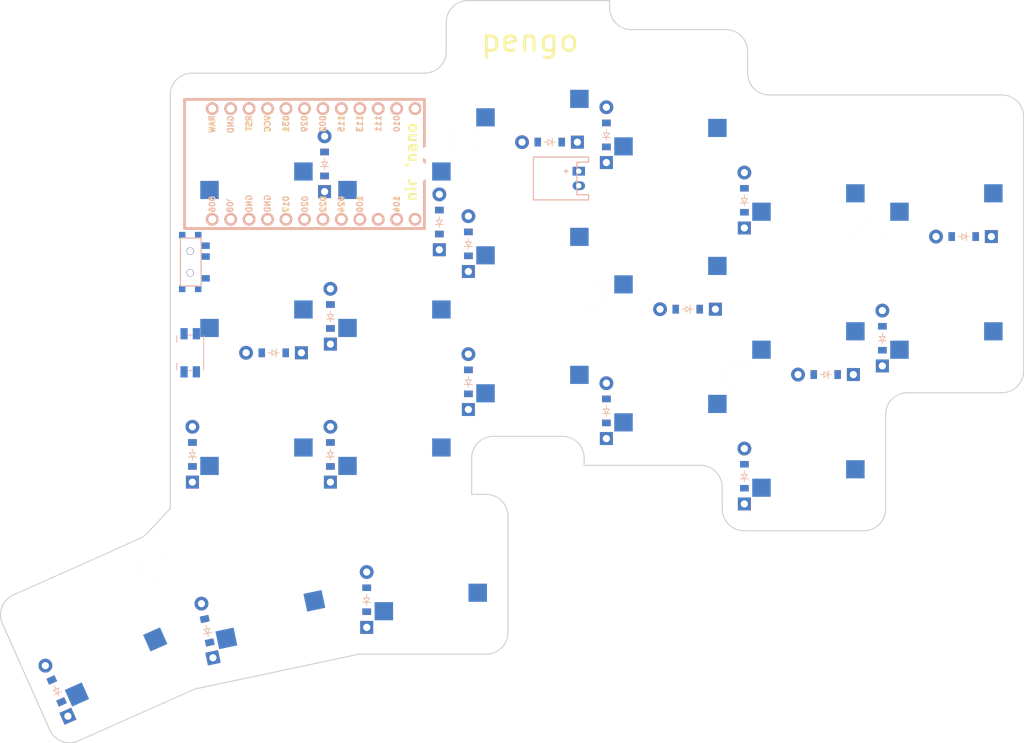
<source format=kicad_pcb>


(kicad_pcb (version 20171130) (host pcbnew 5.1.6)

  (page A3)
  (title_block
    (title "right")
    (rev "v1.0.0")
    (company "Unknown")
  )

  (general
    (thickness 1.6)
  )

  (layers
    (0 F.Cu signal)
    (31 B.Cu signal)
    (32 B.Adhes user)
    (33 F.Adhes user)
    (34 B.Paste user)
    (35 F.Paste user)
    (36 B.SilkS user)
    (37 F.SilkS user)
    (38 B.Mask user)
    (39 F.Mask user)
    (40 Dwgs.User user)
    (41 Cmts.User user)
    (42 Eco1.User user)
    (43 Eco2.User user)
    (44 Edge.Cuts user)
    (45 Margin user)
    (46 B.CrtYd user)
    (47 F.CrtYd user)
    (48 B.Fab user)
    (49 F.Fab user)
  )

  (setup
    (last_trace_width 0.25)
    (trace_clearance 0.2)
    (zone_clearance 0.508)
    (zone_45_only no)
    (trace_min 0.2)
    (via_size 0.8)
    (via_drill 0.4)
    (via_min_size 0.4)
    (via_min_drill 0.3)
    (uvia_size 0.3)
    (uvia_drill 0.1)
    (uvias_allowed no)
    (uvia_min_size 0.2)
    (uvia_min_drill 0.1)
    (edge_width 0.05)
    (segment_width 0.2)
    (pcb_text_width 0.3)
    (pcb_text_size 1.5 1.5)
    (mod_edge_width 0.12)
    (mod_text_size 1 1)
    (mod_text_width 0.15)
    (pad_size 1.524 1.524)
    (pad_drill 0.762)
    (pad_to_mask_clearance 0.05)
    (aux_axis_origin 0 0)
    (visible_elements FFFFFF7F)
    (pcbplotparams
      (layerselection 0x010fc_ffffffff)
      (usegerberextensions false)
      (usegerberattributes true)
      (usegerberadvancedattributes true)
      (creategerberjobfile true)
      (excludeedgelayer true)
      (linewidth 0.100000)
      (plotframeref false)
      (viasonmask false)
      (mode 1)
      (useauxorigin false)
      (hpglpennumber 1)
      (hpglpenspeed 20)
      (hpglpendiameter 15.000000)
      (psnegative false)
      (psa4output false)
      (plotreference true)
      (plotvalue true)
      (plotinvisibletext false)
      (padsonsilk false)
      (subtractmaskfromsilk false)
      (outputformat 1)
      (mirror false)
      (drillshape 1)
      (scaleselection 1)
      (outputdirectory ""))
  )

  (net 0 "")
(net 1 "P020")
(net 2 "mirror_outer_home")
(net 3 "mirror_outer_top")
(net 4 "P022")
(net 5 "mirror_pinky_bottom")
(net 6 "mirror_pinky_home")
(net 7 "mirror_pinky_top")
(net 8 "P024")
(net 9 "mirror_ring_bottom")
(net 10 "mirror_ring_home")
(net 11 "mirror_ring_top")
(net 12 "P100")
(net 13 "mirror_middle_bottom")
(net 14 "mirror_middle_home")
(net 15 "mirror_middle_top")
(net 16 "P011")
(net 17 "mirror_index_bottom")
(net 18 "mirror_index_home")
(net 19 "mirror_index_top")
(net 20 "P017")
(net 21 "mirror_inner_bottom")
(net 22 "mirror_inner_home")
(net 23 "mirror_inner_top")
(net 24 "mirror_near_thumb")
(net 25 "mirror_home_thumb")
(net 26 "mirror_far_thumb")
(net 27 "RAW")
(net 28 "GND")
(net 29 "RST")
(net 30 "VCC")
(net 31 "P031")
(net 32 "P029")
(net 33 "P002")
(net 34 "P115")
(net 35 "P113")
(net 36 "P111")
(net 37 "P010")
(net 38 "P009")
(net 39 "P006")
(net 40 "P008")
(net 41 "P104")
(net 42 "P106")
(net 43 "pos")

  (net_class Default "This is the default net class."
    (clearance 0.2)
    (trace_width 0.25)
    (via_dia 0.8)
    (via_drill 0.4)
    (uvia_dia 0.3)
    (uvia_drill 0.1)
    (add_net "")
(add_net "P020")
(add_net "mirror_outer_home")
(add_net "mirror_outer_top")
(add_net "P022")
(add_net "mirror_pinky_bottom")
(add_net "mirror_pinky_home")
(add_net "mirror_pinky_top")
(add_net "P024")
(add_net "mirror_ring_bottom")
(add_net "mirror_ring_home")
(add_net "mirror_ring_top")
(add_net "P100")
(add_net "mirror_middle_bottom")
(add_net "mirror_middle_home")
(add_net "mirror_middle_top")
(add_net "P011")
(add_net "mirror_index_bottom")
(add_net "mirror_index_home")
(add_net "mirror_index_top")
(add_net "P017")
(add_net "mirror_inner_bottom")
(add_net "mirror_inner_home")
(add_net "mirror_inner_top")
(add_net "mirror_near_thumb")
(add_net "mirror_home_thumb")
(add_net "mirror_far_thumb")
(add_net "RAW")
(add_net "GND")
(add_net "RST")
(add_net "VCC")
(add_net "P031")
(add_net "P029")
(add_net "P002")
(add_net "P115")
(add_net "P113")
(add_net "P111")
(add_net "P010")
(add_net "P009")
(add_net "P006")
(add_net "P008")
(add_net "P104")
(add_net "P106")
(add_net "pos")
  )

  
        
      (module MX (layer F.Cu) (tedit 5DD4F656)
      (at 268 -19 180)

      
      (fp_text reference "S1" (at 0 0) (layer F.SilkS) hide (effects (font (size 1.27 1.27) (thickness 0.15))))
      (fp_text value "" (at 0 0) (layer F.SilkS) hide (effects (font (size 1.27 1.27) (thickness 0.15))))

      
      (fp_line (start -7 -6) (end -7 -7) (layer Dwgs.User) (width 0.15))
      (fp_line (start -7 7) (end -6 7) (layer Dwgs.User) (width 0.15))
      (fp_line (start -6 -7) (end -7 -7) (layer Dwgs.User) (width 0.15))
      (fp_line (start -7 7) (end -7 6) (layer Dwgs.User) (width 0.15))
      (fp_line (start 7 6) (end 7 7) (layer Dwgs.User) (width 0.15))
      (fp_line (start 7 -7) (end 6 -7) (layer Dwgs.User) (width 0.15))
      (fp_line (start 6 7) (end 7 7) (layer Dwgs.User) (width 0.15))
      (fp_line (start 7 -7) (end 7 -6) (layer Dwgs.User) (width 0.15))
    
      
      (pad "" np_thru_hole circle (at 0 0) (size 3.9878 3.9878) (drill 3.9878) (layers *.Cu *.Mask))

      
      (pad "" np_thru_hole circle (at 5.08 0) (size 1.7018 1.7018) (drill 1.7018) (layers *.Cu *.Mask))
      (pad "" np_thru_hole circle (at -5.08 0) (size 1.7018 1.7018) (drill 1.7018) (layers *.Cu *.Mask))
      
        
      
      (fp_line (start -9.5 -9.5) (end 9.5 -9.5) (layer Dwgs.User) (width 0.15))
      (fp_line (start 9.5 -9.5) (end 9.5 9.5) (layer Dwgs.User) (width 0.15))
      (fp_line (start 9.5 9.5) (end -9.5 9.5) (layer Dwgs.User) (width 0.15))
      (fp_line (start -9.5 9.5) (end -9.5 -9.5) (layer Dwgs.User) (width 0.15))
      
        
        
        (pad "" np_thru_hole circle (at 2.54 -5.08) (size 3 3) (drill 3) (layers *.Cu *.Mask))
        (pad "" np_thru_hole circle (at -3.81 -2.54) (size 3 3) (drill 3) (layers *.Cu *.Mask))
        
        
        (pad 1 smd rect (at -7.085 -2.54 180) (size 2.55 2.5) (layers B.Cu B.Paste B.Mask) (net 1 "P020"))
        (pad 2 smd rect (at 5.842 -5.08 180) (size 2.55 2.5) (layers B.Cu B.Paste B.Mask) (net 2 "mirror_outer_home"))
        )
        

        
      (module MX (layer F.Cu) (tedit 5DD4F656)
      (at 268 -38 180)

      
      (fp_text reference "S2" (at 0 0) (layer F.SilkS) hide (effects (font (size 1.27 1.27) (thickness 0.15))))
      (fp_text value "" (at 0 0) (layer F.SilkS) hide (effects (font (size 1.27 1.27) (thickness 0.15))))

      
      (fp_line (start -7 -6) (end -7 -7) (layer Dwgs.User) (width 0.15))
      (fp_line (start -7 7) (end -6 7) (layer Dwgs.User) (width 0.15))
      (fp_line (start -6 -7) (end -7 -7) (layer Dwgs.User) (width 0.15))
      (fp_line (start -7 7) (end -7 6) (layer Dwgs.User) (width 0.15))
      (fp_line (start 7 6) (end 7 7) (layer Dwgs.User) (width 0.15))
      (fp_line (start 7 -7) (end 6 -7) (layer Dwgs.User) (width 0.15))
      (fp_line (start 6 7) (end 7 7) (layer Dwgs.User) (width 0.15))
      (fp_line (start 7 -7) (end 7 -6) (layer Dwgs.User) (width 0.15))
    
      
      (pad "" np_thru_hole circle (at 0 0) (size 3.9878 3.9878) (drill 3.9878) (layers *.Cu *.Mask))

      
      (pad "" np_thru_hole circle (at 5.08 0) (size 1.7018 1.7018) (drill 1.7018) (layers *.Cu *.Mask))
      (pad "" np_thru_hole circle (at -5.08 0) (size 1.7018 1.7018) (drill 1.7018) (layers *.Cu *.Mask))
      
        
      
      (fp_line (start -9.5 -9.5) (end 9.5 -9.5) (layer Dwgs.User) (width 0.15))
      (fp_line (start 9.5 -9.5) (end 9.5 9.5) (layer Dwgs.User) (width 0.15))
      (fp_line (start 9.5 9.5) (end -9.5 9.5) (layer Dwgs.User) (width 0.15))
      (fp_line (start -9.5 9.5) (end -9.5 -9.5) (layer Dwgs.User) (width 0.15))
      
        
        
        (pad "" np_thru_hole circle (at 2.54 -5.08) (size 3 3) (drill 3) (layers *.Cu *.Mask))
        (pad "" np_thru_hole circle (at -3.81 -2.54) (size 3 3) (drill 3) (layers *.Cu *.Mask))
        
        
        (pad 1 smd rect (at -7.085 -2.54 180) (size 2.55 2.5) (layers B.Cu B.Paste B.Mask) (net 1 "P020"))
        (pad 2 smd rect (at 5.842 -5.08 180) (size 2.55 2.5) (layers B.Cu B.Paste B.Mask) (net 3 "mirror_outer_top"))
        )
        

        
      (module MX (layer F.Cu) (tedit 5DD4F656)
      (at 249 0 180)

      
      (fp_text reference "S3" (at 0 0) (layer F.SilkS) hide (effects (font (size 1.27 1.27) (thickness 0.15))))
      (fp_text value "" (at 0 0) (layer F.SilkS) hide (effects (font (size 1.27 1.27) (thickness 0.15))))

      
      (fp_line (start -7 -6) (end -7 -7) (layer Dwgs.User) (width 0.15))
      (fp_line (start -7 7) (end -6 7) (layer Dwgs.User) (width 0.15))
      (fp_line (start -6 -7) (end -7 -7) (layer Dwgs.User) (width 0.15))
      (fp_line (start -7 7) (end -7 6) (layer Dwgs.User) (width 0.15))
      (fp_line (start 7 6) (end 7 7) (layer Dwgs.User) (width 0.15))
      (fp_line (start 7 -7) (end 6 -7) (layer Dwgs.User) (width 0.15))
      (fp_line (start 6 7) (end 7 7) (layer Dwgs.User) (width 0.15))
      (fp_line (start 7 -7) (end 7 -6) (layer Dwgs.User) (width 0.15))
    
      
      (pad "" np_thru_hole circle (at 0 0) (size 3.9878 3.9878) (drill 3.9878) (layers *.Cu *.Mask))

      
      (pad "" np_thru_hole circle (at 5.08 0) (size 1.7018 1.7018) (drill 1.7018) (layers *.Cu *.Mask))
      (pad "" np_thru_hole circle (at -5.08 0) (size 1.7018 1.7018) (drill 1.7018) (layers *.Cu *.Mask))
      
        
      
      (fp_line (start -9.5 -9.5) (end 9.5 -9.5) (layer Dwgs.User) (width 0.15))
      (fp_line (start 9.5 -9.5) (end 9.5 9.5) (layer Dwgs.User) (width 0.15))
      (fp_line (start 9.5 9.5) (end -9.5 9.5) (layer Dwgs.User) (width 0.15))
      (fp_line (start -9.5 9.5) (end -9.5 -9.5) (layer Dwgs.User) (width 0.15))
      
        
        
        (pad "" np_thru_hole circle (at 2.54 -5.08) (size 3 3) (drill 3) (layers *.Cu *.Mask))
        (pad "" np_thru_hole circle (at -3.81 -2.54) (size 3 3) (drill 3) (layers *.Cu *.Mask))
        
        
        (pad 1 smd rect (at -7.085 -2.54 180) (size 2.55 2.5) (layers B.Cu B.Paste B.Mask) (net 4 "P022"))
        (pad 2 smd rect (at 5.842 -5.08 180) (size 2.55 2.5) (layers B.Cu B.Paste B.Mask) (net 5 "mirror_pinky_bottom"))
        )
        

        
      (module MX (layer F.Cu) (tedit 5DD4F656)
      (at 249 -19 180)

      
      (fp_text reference "S4" (at 0 0) (layer F.SilkS) hide (effects (font (size 1.27 1.27) (thickness 0.15))))
      (fp_text value "" (at 0 0) (layer F.SilkS) hide (effects (font (size 1.27 1.27) (thickness 0.15))))

      
      (fp_line (start -7 -6) (end -7 -7) (layer Dwgs.User) (width 0.15))
      (fp_line (start -7 7) (end -6 7) (layer Dwgs.User) (width 0.15))
      (fp_line (start -6 -7) (end -7 -7) (layer Dwgs.User) (width 0.15))
      (fp_line (start -7 7) (end -7 6) (layer Dwgs.User) (width 0.15))
      (fp_line (start 7 6) (end 7 7) (layer Dwgs.User) (width 0.15))
      (fp_line (start 7 -7) (end 6 -7) (layer Dwgs.User) (width 0.15))
      (fp_line (start 6 7) (end 7 7) (layer Dwgs.User) (width 0.15))
      (fp_line (start 7 -7) (end 7 -6) (layer Dwgs.User) (width 0.15))
    
      
      (pad "" np_thru_hole circle (at 0 0) (size 3.9878 3.9878) (drill 3.9878) (layers *.Cu *.Mask))

      
      (pad "" np_thru_hole circle (at 5.08 0) (size 1.7018 1.7018) (drill 1.7018) (layers *.Cu *.Mask))
      (pad "" np_thru_hole circle (at -5.08 0) (size 1.7018 1.7018) (drill 1.7018) (layers *.Cu *.Mask))
      
        
      
      (fp_line (start -9.5 -9.5) (end 9.5 -9.5) (layer Dwgs.User) (width 0.15))
      (fp_line (start 9.5 -9.5) (end 9.5 9.5) (layer Dwgs.User) (width 0.15))
      (fp_line (start 9.5 9.5) (end -9.5 9.5) (layer Dwgs.User) (width 0.15))
      (fp_line (start -9.5 9.5) (end -9.5 -9.5) (layer Dwgs.User) (width 0.15))
      
        
        
        (pad "" np_thru_hole circle (at 2.54 -5.08) (size 3 3) (drill 3) (layers *.Cu *.Mask))
        (pad "" np_thru_hole circle (at -3.81 -2.54) (size 3 3) (drill 3) (layers *.Cu *.Mask))
        
        
        (pad 1 smd rect (at -7.085 -2.54 180) (size 2.55 2.5) (layers B.Cu B.Paste B.Mask) (net 4 "P022"))
        (pad 2 smd rect (at 5.842 -5.08 180) (size 2.55 2.5) (layers B.Cu B.Paste B.Mask) (net 6 "mirror_pinky_home"))
        )
        

        
      (module MX (layer F.Cu) (tedit 5DD4F656)
      (at 249 -38 180)

      
      (fp_text reference "S5" (at 0 0) (layer F.SilkS) hide (effects (font (size 1.27 1.27) (thickness 0.15))))
      (fp_text value "" (at 0 0) (layer F.SilkS) hide (effects (font (size 1.27 1.27) (thickness 0.15))))

      
      (fp_line (start -7 -6) (end -7 -7) (layer Dwgs.User) (width 0.15))
      (fp_line (start -7 7) (end -6 7) (layer Dwgs.User) (width 0.15))
      (fp_line (start -6 -7) (end -7 -7) (layer Dwgs.User) (width 0.15))
      (fp_line (start -7 7) (end -7 6) (layer Dwgs.User) (width 0.15))
      (fp_line (start 7 6) (end 7 7) (layer Dwgs.User) (width 0.15))
      (fp_line (start 7 -7) (end 6 -7) (layer Dwgs.User) (width 0.15))
      (fp_line (start 6 7) (end 7 7) (layer Dwgs.User) (width 0.15))
      (fp_line (start 7 -7) (end 7 -6) (layer Dwgs.User) (width 0.15))
    
      
      (pad "" np_thru_hole circle (at 0 0) (size 3.9878 3.9878) (drill 3.9878) (layers *.Cu *.Mask))

      
      (pad "" np_thru_hole circle (at 5.08 0) (size 1.7018 1.7018) (drill 1.7018) (layers *.Cu *.Mask))
      (pad "" np_thru_hole circle (at -5.08 0) (size 1.7018 1.7018) (drill 1.7018) (layers *.Cu *.Mask))
      
        
      
      (fp_line (start -9.5 -9.5) (end 9.5 -9.5) (layer Dwgs.User) (width 0.15))
      (fp_line (start 9.5 -9.5) (end 9.5 9.5) (layer Dwgs.User) (width 0.15))
      (fp_line (start 9.5 9.5) (end -9.5 9.5) (layer Dwgs.User) (width 0.15))
      (fp_line (start -9.5 9.5) (end -9.5 -9.5) (layer Dwgs.User) (width 0.15))
      
        
        
        (pad "" np_thru_hole circle (at 2.54 -5.08) (size 3 3) (drill 3) (layers *.Cu *.Mask))
        (pad "" np_thru_hole circle (at -3.81 -2.54) (size 3 3) (drill 3) (layers *.Cu *.Mask))
        
        
        (pad 1 smd rect (at -7.085 -2.54 180) (size 2.55 2.5) (layers B.Cu B.Paste B.Mask) (net 4 "P022"))
        (pad 2 smd rect (at 5.842 -5.08 180) (size 2.55 2.5) (layers B.Cu B.Paste B.Mask) (net 7 "mirror_pinky_top"))
        )
        

        
      (module MX (layer F.Cu) (tedit 5DD4F656)
      (at 230 -9 180)

      
      (fp_text reference "S6" (at 0 0) (layer F.SilkS) hide (effects (font (size 1.27 1.27) (thickness 0.15))))
      (fp_text value "" (at 0 0) (layer F.SilkS) hide (effects (font (size 1.27 1.27) (thickness 0.15))))

      
      (fp_line (start -7 -6) (end -7 -7) (layer Dwgs.User) (width 0.15))
      (fp_line (start -7 7) (end -6 7) (layer Dwgs.User) (width 0.15))
      (fp_line (start -6 -7) (end -7 -7) (layer Dwgs.User) (width 0.15))
      (fp_line (start -7 7) (end -7 6) (layer Dwgs.User) (width 0.15))
      (fp_line (start 7 6) (end 7 7) (layer Dwgs.User) (width 0.15))
      (fp_line (start 7 -7) (end 6 -7) (layer Dwgs.User) (width 0.15))
      (fp_line (start 6 7) (end 7 7) (layer Dwgs.User) (width 0.15))
      (fp_line (start 7 -7) (end 7 -6) (layer Dwgs.User) (width 0.15))
    
      
      (pad "" np_thru_hole circle (at 0 0) (size 3.9878 3.9878) (drill 3.9878) (layers *.Cu *.Mask))

      
      (pad "" np_thru_hole circle (at 5.08 0) (size 1.7018 1.7018) (drill 1.7018) (layers *.Cu *.Mask))
      (pad "" np_thru_hole circle (at -5.08 0) (size 1.7018 1.7018) (drill 1.7018) (layers *.Cu *.Mask))
      
        
      
      (fp_line (start -9.5 -9.5) (end 9.5 -9.5) (layer Dwgs.User) (width 0.15))
      (fp_line (start 9.5 -9.5) (end 9.5 9.5) (layer Dwgs.User) (width 0.15))
      (fp_line (start 9.5 9.5) (end -9.5 9.5) (layer Dwgs.User) (width 0.15))
      (fp_line (start -9.5 9.5) (end -9.5 -9.5) (layer Dwgs.User) (width 0.15))
      
        
        
        (pad "" np_thru_hole circle (at 2.54 -5.08) (size 3 3) (drill 3) (layers *.Cu *.Mask))
        (pad "" np_thru_hole circle (at -3.81 -2.54) (size 3 3) (drill 3) (layers *.Cu *.Mask))
        
        
        (pad 1 smd rect (at -7.085 -2.54 180) (size 2.55 2.5) (layers B.Cu B.Paste B.Mask) (net 8 "P024"))
        (pad 2 smd rect (at 5.842 -5.08 180) (size 2.55 2.5) (layers B.Cu B.Paste B.Mask) (net 9 "mirror_ring_bottom"))
        )
        

        
      (module MX (layer F.Cu) (tedit 5DD4F656)
      (at 230 -28 180)

      
      (fp_text reference "S7" (at 0 0) (layer F.SilkS) hide (effects (font (size 1.27 1.27) (thickness 0.15))))
      (fp_text value "" (at 0 0) (layer F.SilkS) hide (effects (font (size 1.27 1.27) (thickness 0.15))))

      
      (fp_line (start -7 -6) (end -7 -7) (layer Dwgs.User) (width 0.15))
      (fp_line (start -7 7) (end -6 7) (layer Dwgs.User) (width 0.15))
      (fp_line (start -6 -7) (end -7 -7) (layer Dwgs.User) (width 0.15))
      (fp_line (start -7 7) (end -7 6) (layer Dwgs.User) (width 0.15))
      (fp_line (start 7 6) (end 7 7) (layer Dwgs.User) (width 0.15))
      (fp_line (start 7 -7) (end 6 -7) (layer Dwgs.User) (width 0.15))
      (fp_line (start 6 7) (end 7 7) (layer Dwgs.User) (width 0.15))
      (fp_line (start 7 -7) (end 7 -6) (layer Dwgs.User) (width 0.15))
    
      
      (pad "" np_thru_hole circle (at 0 0) (size 3.9878 3.9878) (drill 3.9878) (layers *.Cu *.Mask))

      
      (pad "" np_thru_hole circle (at 5.08 0) (size 1.7018 1.7018) (drill 1.7018) (layers *.Cu *.Mask))
      (pad "" np_thru_hole circle (at -5.08 0) (size 1.7018 1.7018) (drill 1.7018) (layers *.Cu *.Mask))
      
        
      
      (fp_line (start -9.5 -9.5) (end 9.5 -9.5) (layer Dwgs.User) (width 0.15))
      (fp_line (start 9.5 -9.5) (end 9.5 9.5) (layer Dwgs.User) (width 0.15))
      (fp_line (start 9.5 9.5) (end -9.5 9.5) (layer Dwgs.User) (width 0.15))
      (fp_line (start -9.5 9.5) (end -9.5 -9.5) (layer Dwgs.User) (width 0.15))
      
        
        
        (pad "" np_thru_hole circle (at 2.54 -5.08) (size 3 3) (drill 3) (layers *.Cu *.Mask))
        (pad "" np_thru_hole circle (at -3.81 -2.54) (size 3 3) (drill 3) (layers *.Cu *.Mask))
        
        
        (pad 1 smd rect (at -7.085 -2.54 180) (size 2.55 2.5) (layers B.Cu B.Paste B.Mask) (net 8 "P024"))
        (pad 2 smd rect (at 5.842 -5.08 180) (size 2.55 2.5) (layers B.Cu B.Paste B.Mask) (net 10 "mirror_ring_home"))
        )
        

        
      (module MX (layer F.Cu) (tedit 5DD4F656)
      (at 230 -47 180)

      
      (fp_text reference "S8" (at 0 0) (layer F.SilkS) hide (effects (font (size 1.27 1.27) (thickness 0.15))))
      (fp_text value "" (at 0 0) (layer F.SilkS) hide (effects (font (size 1.27 1.27) (thickness 0.15))))

      
      (fp_line (start -7 -6) (end -7 -7) (layer Dwgs.User) (width 0.15))
      (fp_line (start -7 7) (end -6 7) (layer Dwgs.User) (width 0.15))
      (fp_line (start -6 -7) (end -7 -7) (layer Dwgs.User) (width 0.15))
      (fp_line (start -7 7) (end -7 6) (layer Dwgs.User) (width 0.15))
      (fp_line (start 7 6) (end 7 7) (layer Dwgs.User) (width 0.15))
      (fp_line (start 7 -7) (end 6 -7) (layer Dwgs.User) (width 0.15))
      (fp_line (start 6 7) (end 7 7) (layer Dwgs.User) (width 0.15))
      (fp_line (start 7 -7) (end 7 -6) (layer Dwgs.User) (width 0.15))
    
      
      (pad "" np_thru_hole circle (at 0 0) (size 3.9878 3.9878) (drill 3.9878) (layers *.Cu *.Mask))

      
      (pad "" np_thru_hole circle (at 5.08 0) (size 1.7018 1.7018) (drill 1.7018) (layers *.Cu *.Mask))
      (pad "" np_thru_hole circle (at -5.08 0) (size 1.7018 1.7018) (drill 1.7018) (layers *.Cu *.Mask))
      
        
      
      (fp_line (start -9.5 -9.5) (end 9.5 -9.5) (layer Dwgs.User) (width 0.15))
      (fp_line (start 9.5 -9.5) (end 9.5 9.5) (layer Dwgs.User) (width 0.15))
      (fp_line (start 9.5 9.5) (end -9.5 9.5) (layer Dwgs.User) (width 0.15))
      (fp_line (start -9.5 9.5) (end -9.5 -9.5) (layer Dwgs.User) (width 0.15))
      
        
        
        (pad "" np_thru_hole circle (at 2.54 -5.08) (size 3 3) (drill 3) (layers *.Cu *.Mask))
        (pad "" np_thru_hole circle (at -3.81 -2.54) (size 3 3) (drill 3) (layers *.Cu *.Mask))
        
        
        (pad 1 smd rect (at -7.085 -2.54 180) (size 2.55 2.5) (layers B.Cu B.Paste B.Mask) (net 8 "P024"))
        (pad 2 smd rect (at 5.842 -5.08 180) (size 2.55 2.5) (layers B.Cu B.Paste B.Mask) (net 11 "mirror_ring_top"))
        )
        

        
      (module MX (layer F.Cu) (tedit 5DD4F656)
      (at 211 -13 180)

      
      (fp_text reference "S9" (at 0 0) (layer F.SilkS) hide (effects (font (size 1.27 1.27) (thickness 0.15))))
      (fp_text value "" (at 0 0) (layer F.SilkS) hide (effects (font (size 1.27 1.27) (thickness 0.15))))

      
      (fp_line (start -7 -6) (end -7 -7) (layer Dwgs.User) (width 0.15))
      (fp_line (start -7 7) (end -6 7) (layer Dwgs.User) (width 0.15))
      (fp_line (start -6 -7) (end -7 -7) (layer Dwgs.User) (width 0.15))
      (fp_line (start -7 7) (end -7 6) (layer Dwgs.User) (width 0.15))
      (fp_line (start 7 6) (end 7 7) (layer Dwgs.User) (width 0.15))
      (fp_line (start 7 -7) (end 6 -7) (layer Dwgs.User) (width 0.15))
      (fp_line (start 6 7) (end 7 7) (layer Dwgs.User) (width 0.15))
      (fp_line (start 7 -7) (end 7 -6) (layer Dwgs.User) (width 0.15))
    
      
      (pad "" np_thru_hole circle (at 0 0) (size 3.9878 3.9878) (drill 3.9878) (layers *.Cu *.Mask))

      
      (pad "" np_thru_hole circle (at 5.08 0) (size 1.7018 1.7018) (drill 1.7018) (layers *.Cu *.Mask))
      (pad "" np_thru_hole circle (at -5.08 0) (size 1.7018 1.7018) (drill 1.7018) (layers *.Cu *.Mask))
      
        
      
      (fp_line (start -9.5 -9.5) (end 9.5 -9.5) (layer Dwgs.User) (width 0.15))
      (fp_line (start 9.5 -9.5) (end 9.5 9.5) (layer Dwgs.User) (width 0.15))
      (fp_line (start 9.5 9.5) (end -9.5 9.5) (layer Dwgs.User) (width 0.15))
      (fp_line (start -9.5 9.5) (end -9.5 -9.5) (layer Dwgs.User) (width 0.15))
      
        
        
        (pad "" np_thru_hole circle (at 2.54 -5.08) (size 3 3) (drill 3) (layers *.Cu *.Mask))
        (pad "" np_thru_hole circle (at -3.81 -2.54) (size 3 3) (drill 3) (layers *.Cu *.Mask))
        
        
        (pad 1 smd rect (at -7.085 -2.54 180) (size 2.55 2.5) (layers B.Cu B.Paste B.Mask) (net 12 "P100"))
        (pad 2 smd rect (at 5.842 -5.08 180) (size 2.55 2.5) (layers B.Cu B.Paste B.Mask) (net 13 "mirror_middle_bottom"))
        )
        

        
      (module MX (layer F.Cu) (tedit 5DD4F656)
      (at 211 -32 180)

      
      (fp_text reference "S10" (at 0 0) (layer F.SilkS) hide (effects (font (size 1.27 1.27) (thickness 0.15))))
      (fp_text value "" (at 0 0) (layer F.SilkS) hide (effects (font (size 1.27 1.27) (thickness 0.15))))

      
      (fp_line (start -7 -6) (end -7 -7) (layer Dwgs.User) (width 0.15))
      (fp_line (start -7 7) (end -6 7) (layer Dwgs.User) (width 0.15))
      (fp_line (start -6 -7) (end -7 -7) (layer Dwgs.User) (width 0.15))
      (fp_line (start -7 7) (end -7 6) (layer Dwgs.User) (width 0.15))
      (fp_line (start 7 6) (end 7 7) (layer Dwgs.User) (width 0.15))
      (fp_line (start 7 -7) (end 6 -7) (layer Dwgs.User) (width 0.15))
      (fp_line (start 6 7) (end 7 7) (layer Dwgs.User) (width 0.15))
      (fp_line (start 7 -7) (end 7 -6) (layer Dwgs.User) (width 0.15))
    
      
      (pad "" np_thru_hole circle (at 0 0) (size 3.9878 3.9878) (drill 3.9878) (layers *.Cu *.Mask))

      
      (pad "" np_thru_hole circle (at 5.08 0) (size 1.7018 1.7018) (drill 1.7018) (layers *.Cu *.Mask))
      (pad "" np_thru_hole circle (at -5.08 0) (size 1.7018 1.7018) (drill 1.7018) (layers *.Cu *.Mask))
      
        
      
      (fp_line (start -9.5 -9.5) (end 9.5 -9.5) (layer Dwgs.User) (width 0.15))
      (fp_line (start 9.5 -9.5) (end 9.5 9.5) (layer Dwgs.User) (width 0.15))
      (fp_line (start 9.5 9.5) (end -9.5 9.5) (layer Dwgs.User) (width 0.15))
      (fp_line (start -9.5 9.5) (end -9.5 -9.5) (layer Dwgs.User) (width 0.15))
      
        
        
        (pad "" np_thru_hole circle (at 2.54 -5.08) (size 3 3) (drill 3) (layers *.Cu *.Mask))
        (pad "" np_thru_hole circle (at -3.81 -2.54) (size 3 3) (drill 3) (layers *.Cu *.Mask))
        
        
        (pad 1 smd rect (at -7.085 -2.54 180) (size 2.55 2.5) (layers B.Cu B.Paste B.Mask) (net 12 "P100"))
        (pad 2 smd rect (at 5.842 -5.08 180) (size 2.55 2.5) (layers B.Cu B.Paste B.Mask) (net 14 "mirror_middle_home"))
        )
        

        
      (module MX (layer F.Cu) (tedit 5DD4F656)
      (at 211 -51 180)

      
      (fp_text reference "S11" (at 0 0) (layer F.SilkS) hide (effects (font (size 1.27 1.27) (thickness 0.15))))
      (fp_text value "" (at 0 0) (layer F.SilkS) hide (effects (font (size 1.27 1.27) (thickness 0.15))))

      
      (fp_line (start -7 -6) (end -7 -7) (layer Dwgs.User) (width 0.15))
      (fp_line (start -7 7) (end -6 7) (layer Dwgs.User) (width 0.15))
      (fp_line (start -6 -7) (end -7 -7) (layer Dwgs.User) (width 0.15))
      (fp_line (start -7 7) (end -7 6) (layer Dwgs.User) (width 0.15))
      (fp_line (start 7 6) (end 7 7) (layer Dwgs.User) (width 0.15))
      (fp_line (start 7 -7) (end 6 -7) (layer Dwgs.User) (width 0.15))
      (fp_line (start 6 7) (end 7 7) (layer Dwgs.User) (width 0.15))
      (fp_line (start 7 -7) (end 7 -6) (layer Dwgs.User) (width 0.15))
    
      
      (pad "" np_thru_hole circle (at 0 0) (size 3.9878 3.9878) (drill 3.9878) (layers *.Cu *.Mask))

      
      (pad "" np_thru_hole circle (at 5.08 0) (size 1.7018 1.7018) (drill 1.7018) (layers *.Cu *.Mask))
      (pad "" np_thru_hole circle (at -5.08 0) (size 1.7018 1.7018) (drill 1.7018) (layers *.Cu *.Mask))
      
        
      
      (fp_line (start -9.5 -9.5) (end 9.5 -9.5) (layer Dwgs.User) (width 0.15))
      (fp_line (start 9.5 -9.5) (end 9.5 9.5) (layer Dwgs.User) (width 0.15))
      (fp_line (start 9.5 9.5) (end -9.5 9.5) (layer Dwgs.User) (width 0.15))
      (fp_line (start -9.5 9.5) (end -9.5 -9.5) (layer Dwgs.User) (width 0.15))
      
        
        
        (pad "" np_thru_hole circle (at 2.54 -5.08) (size 3 3) (drill 3) (layers *.Cu *.Mask))
        (pad "" np_thru_hole circle (at -3.81 -2.54) (size 3 3) (drill 3) (layers *.Cu *.Mask))
        
        
        (pad 1 smd rect (at -7.085 -2.54 180) (size 2.55 2.5) (layers B.Cu B.Paste B.Mask) (net 12 "P100"))
        (pad 2 smd rect (at 5.842 -5.08 180) (size 2.55 2.5) (layers B.Cu B.Paste B.Mask) (net 15 "mirror_middle_top"))
        )
        

        
      (module MX (layer F.Cu) (tedit 5DD4F656)
      (at 192 -3 180)

      
      (fp_text reference "S12" (at 0 0) (layer F.SilkS) hide (effects (font (size 1.27 1.27) (thickness 0.15))))
      (fp_text value "" (at 0 0) (layer F.SilkS) hide (effects (font (size 1.27 1.27) (thickness 0.15))))

      
      (fp_line (start -7 -6) (end -7 -7) (layer Dwgs.User) (width 0.15))
      (fp_line (start -7 7) (end -6 7) (layer Dwgs.User) (width 0.15))
      (fp_line (start -6 -7) (end -7 -7) (layer Dwgs.User) (width 0.15))
      (fp_line (start -7 7) (end -7 6) (layer Dwgs.User) (width 0.15))
      (fp_line (start 7 6) (end 7 7) (layer Dwgs.User) (width 0.15))
      (fp_line (start 7 -7) (end 6 -7) (layer Dwgs.User) (width 0.15))
      (fp_line (start 6 7) (end 7 7) (layer Dwgs.User) (width 0.15))
      (fp_line (start 7 -7) (end 7 -6) (layer Dwgs.User) (width 0.15))
    
      
      (pad "" np_thru_hole circle (at 0 0) (size 3.9878 3.9878) (drill 3.9878) (layers *.Cu *.Mask))

      
      (pad "" np_thru_hole circle (at 5.08 0) (size 1.7018 1.7018) (drill 1.7018) (layers *.Cu *.Mask))
      (pad "" np_thru_hole circle (at -5.08 0) (size 1.7018 1.7018) (drill 1.7018) (layers *.Cu *.Mask))
      
        
      
      (fp_line (start -9.5 -9.5) (end 9.5 -9.5) (layer Dwgs.User) (width 0.15))
      (fp_line (start 9.5 -9.5) (end 9.5 9.5) (layer Dwgs.User) (width 0.15))
      (fp_line (start 9.5 9.5) (end -9.5 9.5) (layer Dwgs.User) (width 0.15))
      (fp_line (start -9.5 9.5) (end -9.5 -9.5) (layer Dwgs.User) (width 0.15))
      
        
        
        (pad "" np_thru_hole circle (at 2.54 -5.08) (size 3 3) (drill 3) (layers *.Cu *.Mask))
        (pad "" np_thru_hole circle (at -3.81 -2.54) (size 3 3) (drill 3) (layers *.Cu *.Mask))
        
        
        (pad 1 smd rect (at -7.085 -2.54 180) (size 2.55 2.5) (layers B.Cu B.Paste B.Mask) (net 16 "P011"))
        (pad 2 smd rect (at 5.842 -5.08 180) (size 2.55 2.5) (layers B.Cu B.Paste B.Mask) (net 17 "mirror_index_bottom"))
        )
        

        
      (module MX (layer F.Cu) (tedit 5DD4F656)
      (at 192 -22 180)

      
      (fp_text reference "S13" (at 0 0) (layer F.SilkS) hide (effects (font (size 1.27 1.27) (thickness 0.15))))
      (fp_text value "" (at 0 0) (layer F.SilkS) hide (effects (font (size 1.27 1.27) (thickness 0.15))))

      
      (fp_line (start -7 -6) (end -7 -7) (layer Dwgs.User) (width 0.15))
      (fp_line (start -7 7) (end -6 7) (layer Dwgs.User) (width 0.15))
      (fp_line (start -6 -7) (end -7 -7) (layer Dwgs.User) (width 0.15))
      (fp_line (start -7 7) (end -7 6) (layer Dwgs.User) (width 0.15))
      (fp_line (start 7 6) (end 7 7) (layer Dwgs.User) (width 0.15))
      (fp_line (start 7 -7) (end 6 -7) (layer Dwgs.User) (width 0.15))
      (fp_line (start 6 7) (end 7 7) (layer Dwgs.User) (width 0.15))
      (fp_line (start 7 -7) (end 7 -6) (layer Dwgs.User) (width 0.15))
    
      
      (pad "" np_thru_hole circle (at 0 0) (size 3.9878 3.9878) (drill 3.9878) (layers *.Cu *.Mask))

      
      (pad "" np_thru_hole circle (at 5.08 0) (size 1.7018 1.7018) (drill 1.7018) (layers *.Cu *.Mask))
      (pad "" np_thru_hole circle (at -5.08 0) (size 1.7018 1.7018) (drill 1.7018) (layers *.Cu *.Mask))
      
        
      
      (fp_line (start -9.5 -9.5) (end 9.5 -9.5) (layer Dwgs.User) (width 0.15))
      (fp_line (start 9.5 -9.5) (end 9.5 9.5) (layer Dwgs.User) (width 0.15))
      (fp_line (start 9.5 9.5) (end -9.5 9.5) (layer Dwgs.User) (width 0.15))
      (fp_line (start -9.5 9.5) (end -9.5 -9.5) (layer Dwgs.User) (width 0.15))
      
        
        
        (pad "" np_thru_hole circle (at 2.54 -5.08) (size 3 3) (drill 3) (layers *.Cu *.Mask))
        (pad "" np_thru_hole circle (at -3.81 -2.54) (size 3 3) (drill 3) (layers *.Cu *.Mask))
        
        
        (pad 1 smd rect (at -7.085 -2.54 180) (size 2.55 2.5) (layers B.Cu B.Paste B.Mask) (net 16 "P011"))
        (pad 2 smd rect (at 5.842 -5.08 180) (size 2.55 2.5) (layers B.Cu B.Paste B.Mask) (net 18 "mirror_index_home"))
        )
        

        
      (module MX (layer F.Cu) (tedit 5DD4F656)
      (at 192 -41 180)

      
      (fp_text reference "S14" (at 0 0) (layer F.SilkS) hide (effects (font (size 1.27 1.27) (thickness 0.15))))
      (fp_text value "" (at 0 0) (layer F.SilkS) hide (effects (font (size 1.27 1.27) (thickness 0.15))))

      
      (fp_line (start -7 -6) (end -7 -7) (layer Dwgs.User) (width 0.15))
      (fp_line (start -7 7) (end -6 7) (layer Dwgs.User) (width 0.15))
      (fp_line (start -6 -7) (end -7 -7) (layer Dwgs.User) (width 0.15))
      (fp_line (start -7 7) (end -7 6) (layer Dwgs.User) (width 0.15))
      (fp_line (start 7 6) (end 7 7) (layer Dwgs.User) (width 0.15))
      (fp_line (start 7 -7) (end 6 -7) (layer Dwgs.User) (width 0.15))
      (fp_line (start 6 7) (end 7 7) (layer Dwgs.User) (width 0.15))
      (fp_line (start 7 -7) (end 7 -6) (layer Dwgs.User) (width 0.15))
    
      
      (pad "" np_thru_hole circle (at 0 0) (size 3.9878 3.9878) (drill 3.9878) (layers *.Cu *.Mask))

      
      (pad "" np_thru_hole circle (at 5.08 0) (size 1.7018 1.7018) (drill 1.7018) (layers *.Cu *.Mask))
      (pad "" np_thru_hole circle (at -5.08 0) (size 1.7018 1.7018) (drill 1.7018) (layers *.Cu *.Mask))
      
        
      
      (fp_line (start -9.5 -9.5) (end 9.5 -9.5) (layer Dwgs.User) (width 0.15))
      (fp_line (start 9.5 -9.5) (end 9.5 9.5) (layer Dwgs.User) (width 0.15))
      (fp_line (start 9.5 9.5) (end -9.5 9.5) (layer Dwgs.User) (width 0.15))
      (fp_line (start -9.5 9.5) (end -9.5 -9.5) (layer Dwgs.User) (width 0.15))
      
        
        
        (pad "" np_thru_hole circle (at 2.54 -5.08) (size 3 3) (drill 3) (layers *.Cu *.Mask))
        (pad "" np_thru_hole circle (at -3.81 -2.54) (size 3 3) (drill 3) (layers *.Cu *.Mask))
        
        
        (pad 1 smd rect (at -7.085 -2.54 180) (size 2.55 2.5) (layers B.Cu B.Paste B.Mask) (net 16 "P011"))
        (pad 2 smd rect (at 5.842 -5.08 180) (size 2.55 2.5) (layers B.Cu B.Paste B.Mask) (net 19 "mirror_index_top"))
        )
        

        
      (module MX (layer F.Cu) (tedit 5DD4F656)
      (at 173 -3 180)

      
      (fp_text reference "S15" (at 0 0) (layer F.SilkS) hide (effects (font (size 1.27 1.27) (thickness 0.15))))
      (fp_text value "" (at 0 0) (layer F.SilkS) hide (effects (font (size 1.27 1.27) (thickness 0.15))))

      
      (fp_line (start -7 -6) (end -7 -7) (layer Dwgs.User) (width 0.15))
      (fp_line (start -7 7) (end -6 7) (layer Dwgs.User) (width 0.15))
      (fp_line (start -6 -7) (end -7 -7) (layer Dwgs.User) (width 0.15))
      (fp_line (start -7 7) (end -7 6) (layer Dwgs.User) (width 0.15))
      (fp_line (start 7 6) (end 7 7) (layer Dwgs.User) (width 0.15))
      (fp_line (start 7 -7) (end 6 -7) (layer Dwgs.User) (width 0.15))
      (fp_line (start 6 7) (end 7 7) (layer Dwgs.User) (width 0.15))
      (fp_line (start 7 -7) (end 7 -6) (layer Dwgs.User) (width 0.15))
    
      
      (pad "" np_thru_hole circle (at 0 0) (size 3.9878 3.9878) (drill 3.9878) (layers *.Cu *.Mask))

      
      (pad "" np_thru_hole circle (at 5.08 0) (size 1.7018 1.7018) (drill 1.7018) (layers *.Cu *.Mask))
      (pad "" np_thru_hole circle (at -5.08 0) (size 1.7018 1.7018) (drill 1.7018) (layers *.Cu *.Mask))
      
        
      
      (fp_line (start -9.5 -9.5) (end 9.5 -9.5) (layer Dwgs.User) (width 0.15))
      (fp_line (start 9.5 -9.5) (end 9.5 9.5) (layer Dwgs.User) (width 0.15))
      (fp_line (start 9.5 9.5) (end -9.5 9.5) (layer Dwgs.User) (width 0.15))
      (fp_line (start -9.5 9.5) (end -9.5 -9.5) (layer Dwgs.User) (width 0.15))
      
        
        
        (pad "" np_thru_hole circle (at 2.54 -5.08) (size 3 3) (drill 3) (layers *.Cu *.Mask))
        (pad "" np_thru_hole circle (at -3.81 -2.54) (size 3 3) (drill 3) (layers *.Cu *.Mask))
        
        
        (pad 1 smd rect (at -7.085 -2.54 180) (size 2.55 2.5) (layers B.Cu B.Paste B.Mask) (net 20 "P017"))
        (pad 2 smd rect (at 5.842 -5.08 180) (size 2.55 2.5) (layers B.Cu B.Paste B.Mask) (net 21 "mirror_inner_bottom"))
        )
        

        
      (module MX (layer F.Cu) (tedit 5DD4F656)
      (at 173 -22 180)

      
      (fp_text reference "S16" (at 0 0) (layer F.SilkS) hide (effects (font (size 1.27 1.27) (thickness 0.15))))
      (fp_text value "" (at 0 0) (layer F.SilkS) hide (effects (font (size 1.27 1.27) (thickness 0.15))))

      
      (fp_line (start -7 -6) (end -7 -7) (layer Dwgs.User) (width 0.15))
      (fp_line (start -7 7) (end -6 7) (layer Dwgs.User) (width 0.15))
      (fp_line (start -6 -7) (end -7 -7) (layer Dwgs.User) (width 0.15))
      (fp_line (start -7 7) (end -7 6) (layer Dwgs.User) (width 0.15))
      (fp_line (start 7 6) (end 7 7) (layer Dwgs.User) (width 0.15))
      (fp_line (start 7 -7) (end 6 -7) (layer Dwgs.User) (width 0.15))
      (fp_line (start 6 7) (end 7 7) (layer Dwgs.User) (width 0.15))
      (fp_line (start 7 -7) (end 7 -6) (layer Dwgs.User) (width 0.15))
    
      
      (pad "" np_thru_hole circle (at 0 0) (size 3.9878 3.9878) (drill 3.9878) (layers *.Cu *.Mask))

      
      (pad "" np_thru_hole circle (at 5.08 0) (size 1.7018 1.7018) (drill 1.7018) (layers *.Cu *.Mask))
      (pad "" np_thru_hole circle (at -5.08 0) (size 1.7018 1.7018) (drill 1.7018) (layers *.Cu *.Mask))
      
        
      
      (fp_line (start -9.5 -9.5) (end 9.5 -9.5) (layer Dwgs.User) (width 0.15))
      (fp_line (start 9.5 -9.5) (end 9.5 9.5) (layer Dwgs.User) (width 0.15))
      (fp_line (start 9.5 9.5) (end -9.5 9.5) (layer Dwgs.User) (width 0.15))
      (fp_line (start -9.5 9.5) (end -9.5 -9.5) (layer Dwgs.User) (width 0.15))
      
        
        
        (pad "" np_thru_hole circle (at 2.54 -5.08) (size 3 3) (drill 3) (layers *.Cu *.Mask))
        (pad "" np_thru_hole circle (at -3.81 -2.54) (size 3 3) (drill 3) (layers *.Cu *.Mask))
        
        
        (pad 1 smd rect (at -7.085 -2.54 180) (size 2.55 2.5) (layers B.Cu B.Paste B.Mask) (net 20 "P017"))
        (pad 2 smd rect (at 5.842 -5.08 180) (size 2.55 2.5) (layers B.Cu B.Paste B.Mask) (net 22 "mirror_inner_home"))
        )
        

        
      (module MX (layer F.Cu) (tedit 5DD4F656)
      (at 173 -41 180)

      
      (fp_text reference "S17" (at 0 0) (layer F.SilkS) hide (effects (font (size 1.27 1.27) (thickness 0.15))))
      (fp_text value "" (at 0 0) (layer F.SilkS) hide (effects (font (size 1.27 1.27) (thickness 0.15))))

      
      (fp_line (start -7 -6) (end -7 -7) (layer Dwgs.User) (width 0.15))
      (fp_line (start -7 7) (end -6 7) (layer Dwgs.User) (width 0.15))
      (fp_line (start -6 -7) (end -7 -7) (layer Dwgs.User) (width 0.15))
      (fp_line (start -7 7) (end -7 6) (layer Dwgs.User) (width 0.15))
      (fp_line (start 7 6) (end 7 7) (layer Dwgs.User) (width 0.15))
      (fp_line (start 7 -7) (end 6 -7) (layer Dwgs.User) (width 0.15))
      (fp_line (start 6 7) (end 7 7) (layer Dwgs.User) (width 0.15))
      (fp_line (start 7 -7) (end 7 -6) (layer Dwgs.User) (width 0.15))
    
      
      (pad "" np_thru_hole circle (at 0 0) (size 3.9878 3.9878) (drill 3.9878) (layers *.Cu *.Mask))

      
      (pad "" np_thru_hole circle (at 5.08 0) (size 1.7018 1.7018) (drill 1.7018) (layers *.Cu *.Mask))
      (pad "" np_thru_hole circle (at -5.08 0) (size 1.7018 1.7018) (drill 1.7018) (layers *.Cu *.Mask))
      
        
      
      (fp_line (start -9.5 -9.5) (end 9.5 -9.5) (layer Dwgs.User) (width 0.15))
      (fp_line (start 9.5 -9.5) (end 9.5 9.5) (layer Dwgs.User) (width 0.15))
      (fp_line (start 9.5 9.5) (end -9.5 9.5) (layer Dwgs.User) (width 0.15))
      (fp_line (start -9.5 9.5) (end -9.5 -9.5) (layer Dwgs.User) (width 0.15))
      
        
        
        (pad "" np_thru_hole circle (at 2.54 -5.08) (size 3 3) (drill 3) (layers *.Cu *.Mask))
        (pad "" np_thru_hole circle (at -3.81 -2.54) (size 3 3) (drill 3) (layers *.Cu *.Mask))
        
        
        (pad 1 smd rect (at -7.085 -2.54 180) (size 2.55 2.5) (layers B.Cu B.Paste B.Mask) (net 20 "P017"))
        (pad 2 smd rect (at 5.842 -5.08 180) (size 2.55 2.5) (layers B.Cu B.Paste B.Mask) (net 23 "mirror_inner_top"))
        )
        

        
      (module MX (layer F.Cu) (tedit 5DD4F656)
      (at 197 17 180)

      
      (fp_text reference "S18" (at 0 0) (layer F.SilkS) hide (effects (font (size 1.27 1.27) (thickness 0.15))))
      (fp_text value "" (at 0 0) (layer F.SilkS) hide (effects (font (size 1.27 1.27) (thickness 0.15))))

      
      (fp_line (start -7 -6) (end -7 -7) (layer Dwgs.User) (width 0.15))
      (fp_line (start -7 7) (end -6 7) (layer Dwgs.User) (width 0.15))
      (fp_line (start -6 -7) (end -7 -7) (layer Dwgs.User) (width 0.15))
      (fp_line (start -7 7) (end -7 6) (layer Dwgs.User) (width 0.15))
      (fp_line (start 7 6) (end 7 7) (layer Dwgs.User) (width 0.15))
      (fp_line (start 7 -7) (end 6 -7) (layer Dwgs.User) (width 0.15))
      (fp_line (start 6 7) (end 7 7) (layer Dwgs.User) (width 0.15))
      (fp_line (start 7 -7) (end 7 -6) (layer Dwgs.User) (width 0.15))
    
      
      (pad "" np_thru_hole circle (at 0 0) (size 3.9878 3.9878) (drill 3.9878) (layers *.Cu *.Mask))

      
      (pad "" np_thru_hole circle (at 5.08 0) (size 1.7018 1.7018) (drill 1.7018) (layers *.Cu *.Mask))
      (pad "" np_thru_hole circle (at -5.08 0) (size 1.7018 1.7018) (drill 1.7018) (layers *.Cu *.Mask))
      
        
      
      (fp_line (start -9.5 -9.5) (end 9.5 -9.5) (layer Dwgs.User) (width 0.15))
      (fp_line (start 9.5 -9.5) (end 9.5 9.5) (layer Dwgs.User) (width 0.15))
      (fp_line (start 9.5 9.5) (end -9.5 9.5) (layer Dwgs.User) (width 0.15))
      (fp_line (start -9.5 9.5) (end -9.5 -9.5) (layer Dwgs.User) (width 0.15))
      
        
        
        (pad "" np_thru_hole circle (at 2.54 -5.08) (size 3 3) (drill 3) (layers *.Cu *.Mask))
        (pad "" np_thru_hole circle (at -3.81 -2.54) (size 3 3) (drill 3) (layers *.Cu *.Mask))
        
        
        (pad 1 smd rect (at -7.085 -2.54 180) (size 2.55 2.5) (layers B.Cu B.Paste B.Mask) (net 12 "P100"))
        (pad 2 smd rect (at 5.842 -5.08 180) (size 2.55 2.5) (layers B.Cu B.Paste B.Mask) (net 24 "mirror_near_thumb"))
        )
        

        
      (module MX (layer F.Cu) (tedit 5DD4F656)
      (at 174.1355605 19.639634 192)

      
      (fp_text reference "S19" (at 0 0) (layer F.SilkS) hide (effects (font (size 1.27 1.27) (thickness 0.15))))
      (fp_text value "" (at 0 0) (layer F.SilkS) hide (effects (font (size 1.27 1.27) (thickness 0.15))))

      
      (fp_line (start -7 -6) (end -7 -7) (layer Dwgs.User) (width 0.15))
      (fp_line (start -7 7) (end -6 7) (layer Dwgs.User) (width 0.15))
      (fp_line (start -6 -7) (end -7 -7) (layer Dwgs.User) (width 0.15))
      (fp_line (start -7 7) (end -7 6) (layer Dwgs.User) (width 0.15))
      (fp_line (start 7 6) (end 7 7) (layer Dwgs.User) (width 0.15))
      (fp_line (start 7 -7) (end 6 -7) (layer Dwgs.User) (width 0.15))
      (fp_line (start 6 7) (end 7 7) (layer Dwgs.User) (width 0.15))
      (fp_line (start 7 -7) (end 7 -6) (layer Dwgs.User) (width 0.15))
    
      
      (pad "" np_thru_hole circle (at 0 0) (size 3.9878 3.9878) (drill 3.9878) (layers *.Cu *.Mask))

      
      (pad "" np_thru_hole circle (at 5.08 0) (size 1.7018 1.7018) (drill 1.7018) (layers *.Cu *.Mask))
      (pad "" np_thru_hole circle (at -5.08 0) (size 1.7018 1.7018) (drill 1.7018) (layers *.Cu *.Mask))
      
        
      
      (fp_line (start -9.5 -9.5) (end 9.5 -9.5) (layer Dwgs.User) (width 0.15))
      (fp_line (start 9.5 -9.5) (end 9.5 9.5) (layer Dwgs.User) (width 0.15))
      (fp_line (start 9.5 9.5) (end -9.5 9.5) (layer Dwgs.User) (width 0.15))
      (fp_line (start -9.5 9.5) (end -9.5 -9.5) (layer Dwgs.User) (width 0.15))
      
        
        
        (pad "" np_thru_hole circle (at 2.54 -5.08) (size 3 3) (drill 3) (layers *.Cu *.Mask))
        (pad "" np_thru_hole circle (at -3.81 -2.54) (size 3 3) (drill 3) (layers *.Cu *.Mask))
        
        
        (pad 1 smd rect (at -7.085 -2.54 192) (size 2.55 2.5) (layers B.Cu B.Paste B.Mask) (net 16 "P011"))
        (pad 2 smd rect (at 5.842 -5.08 192) (size 2.55 2.5) (layers B.Cu B.Paste B.Mask) (net 25 "mirror_home_thumb"))
        )
        

        
      (module MX (layer F.Cu) (tedit 5DD4F656)
      (at 152.1742198 26.528013700000002 204)

      
      (fp_text reference "S20" (at 0 0) (layer F.SilkS) hide (effects (font (size 1.27 1.27) (thickness 0.15))))
      (fp_text value "" (at 0 0) (layer F.SilkS) hide (effects (font (size 1.27 1.27) (thickness 0.15))))

      
      (fp_line (start -7 -6) (end -7 -7) (layer Dwgs.User) (width 0.15))
      (fp_line (start -7 7) (end -6 7) (layer Dwgs.User) (width 0.15))
      (fp_line (start -6 -7) (end -7 -7) (layer Dwgs.User) (width 0.15))
      (fp_line (start -7 7) (end -7 6) (layer Dwgs.User) (width 0.15))
      (fp_line (start 7 6) (end 7 7) (layer Dwgs.User) (width 0.15))
      (fp_line (start 7 -7) (end 6 -7) (layer Dwgs.User) (width 0.15))
      (fp_line (start 6 7) (end 7 7) (layer Dwgs.User) (width 0.15))
      (fp_line (start 7 -7) (end 7 -6) (layer Dwgs.User) (width 0.15))
    
      
      (pad "" np_thru_hole circle (at 0 0) (size 3.9878 3.9878) (drill 3.9878) (layers *.Cu *.Mask))

      
      (pad "" np_thru_hole circle (at 5.08 0) (size 1.7018 1.7018) (drill 1.7018) (layers *.Cu *.Mask))
      (pad "" np_thru_hole circle (at -5.08 0) (size 1.7018 1.7018) (drill 1.7018) (layers *.Cu *.Mask))
      
        
      
      (fp_line (start -9.5 -9.5) (end 9.5 -9.5) (layer Dwgs.User) (width 0.15))
      (fp_line (start 9.5 -9.5) (end 9.5 9.5) (layer Dwgs.User) (width 0.15))
      (fp_line (start 9.5 9.5) (end -9.5 9.5) (layer Dwgs.User) (width 0.15))
      (fp_line (start -9.5 9.5) (end -9.5 -9.5) (layer Dwgs.User) (width 0.15))
      
        
        
        (pad "" np_thru_hole circle (at 2.54 -5.08) (size 3 3) (drill 3) (layers *.Cu *.Mask))
        (pad "" np_thru_hole circle (at -3.81 -2.54) (size 3 3) (drill 3) (layers *.Cu *.Mask))
        
        
        (pad 1 smd rect (at -7.085 -2.54 204) (size 2.55 2.5) (layers B.Cu B.Paste B.Mask) (net 20 "P017"))
        (pad 2 smd rect (at 5.842 -5.08 204) (size 2.55 2.5) (layers B.Cu B.Paste B.Mask) (net 26 "mirror_far_thumb"))
        )
        

            
        (module nice_nano (layer F.Cu) (tedit 6058B206)
        (at 181.5 -39.5 0)
  
        
        (fp_text reference "MCU1" (at 0 0) (layer F.SilkS) hide (effects (font (size 1.2 1.2) (thickness 0.2032))))
        (fp_text value nice_nano (at 0 0) (layer F.SilkS) hide (effects (font (size 1.2 1.2) (thickness 0.2032))))
  
        
        (fp_line (start -14.224 -3.556) (end -14.224 3.81) (layer Dwgs.User) (width 0.2))
        (fp_line (start -14.224 3.81) (end -19.304 3.81) (layer Dwgs.User) (width 0.2))
        (fp_line (start -19.304 3.81) (end -19.304 -3.556) (layer Dwgs.User) (width 0.2))
        (fp_line (start -19.304 -3.556) (end -14.224 -3.556) (layer Dwgs.User) (width 0.2))
  
        
        (fp_line (start 15.24 -8.89) (end -17.78 -8.89) (layer F.SilkS) (width 0.381))
        (fp_line (start 15.24 8.89) (end 15.24 -8.89) (layer F.SilkS) (width 0.381))
        (fp_line (start -17.78 8.89) (end 15.24 8.89) (layer F.SilkS) (width 0.381))
        (fp_line (start -17.78 -8.89) (end -17.78 8.89) (layer F.SilkS) (width 0.381))
        
        (fp_line (start 15.24 -8.89) (end -17.78 -8.89) (layer B.SilkS) (width 0.381))
        (fp_line (start 15.24 8.89) (end 15.24 -8.89) (layer B.SilkS) (width 0.381))
        (fp_line (start -17.78 8.89) (end 15.24 8.89) (layer B.SilkS) (width 0.381))
        (fp_line (start -17.78 -8.89) (end -17.78 8.89) (layer B.SilkS) (width 0.381))
        
            
          
          (fp_text user RAW (at -13.97 -5.473715 90) (layer F.SilkS) (effects (font (size 0.8 0.8) (thickness 0.15))))
          (fp_text user GND (at -11.43 -5.454667 90) (layer F.SilkS) (effects (font (size 0.8 0.8) (thickness 0.15))))
          (fp_text user RST (at -8.89 -5.588 90) (layer F.SilkS) (effects (font (size 0.8 0.8) (thickness 0.15))))
          (fp_text user VCC (at -6.35 -5.537191 90) (layer F.SilkS) (effects (font (size 0.8 0.8) (thickness 0.15))))
          (fp_text user 031 (at -3.81 -5.537191 90) (layer F.SilkS) (effects (font (size 0.8 0.8) (thickness 0.15))))
          (fp_text user 029 (at -1.27 -5.537191 90) (layer F.SilkS) (effects (font (size 0.8 0.8) (thickness 0.15))))
          (fp_text user 002 (at 1.27 -5.537191 90) (layer F.SilkS) (effects (font (size 0.8 0.8) (thickness 0.15))))
          (fp_text user 115 (at 3.81 -5.537191 90) (layer F.SilkS) (effects (font (size 0.8 0.8) (thickness 0.15))))
          (fp_text user 113 (at 6.35 -5.537191 90) (layer F.SilkS) (effects (font (size 0.8 0.8) (thickness 0.15))))
          (fp_text user 111 (at 8.89 -5.537191 90) (layer F.SilkS) (effects (font (size 0.8 0.8) (thickness 0.15))))
          (fp_text user 010 (at 11.43 -5.537191 90) (layer F.SilkS) (effects (font (size 0.8 0.8) (thickness 0.15))))
  
          (fp_text user 006 (at -13.97 5.53719 90) (layer F.SilkS) (effects (font (size 0.8 0.8) (thickness 0.15))))
          (fp_text user 008 (at -11.5 5.53719 90) (layer F.SilkS) (effects (font (size 0.8 0.8) (thickness 0.15))))
          (fp_text user GND (at -8.89 5.461 90) (layer F.SilkS) (effects (font (size 0.8 0.8) (thickness 0.15))))
          (fp_text user GND (at -6.35 5.461 90) (layer F.SilkS) (effects (font (size 0.8 0.8) (thickness 0.15))))
          (fp_text user 017 (at -3.8 5.53719 90) (layer F.SilkS) (effects (font (size 0.8 0.8) (thickness 0.15))))
          (fp_text user 020 (at -1.2 5.53719 90) (layer F.SilkS) (effects (font (size 0.8 0.8) (thickness 0.15))))
          (fp_text user 022 (at 1.3 5.53719 90) (layer F.SilkS) (effects (font (size 0.8 0.8) (thickness 0.15))))
          (fp_text user 024 (at 3.81 5.53719 90) (layer F.SilkS) (effects (font (size 0.8 0.8) (thickness 0.15))))
          (fp_text user 100 (at 6.35 5.53719 90) (layer F.SilkS) (effects (font (size 0.8 0.8) (thickness 0.15))))
          (fp_text user 104 (at 11.43 5.53719 90) (layer F.SilkS) (effects (font (size 0.8 0.8) (thickness 0.15))))
  
          (fp_text user RAW (at -13.97 -5.473715 90) (layer B.SilkS) (effects (font (size 0.8 0.8) (thickness 0.15)) (justify mirror)))
          (fp_text user GND (at -11.43 -5.454667 90) (layer B.SilkS) (effects (font (size 0.8 0.8) (thickness 0.15)) (justify mirror)))
          (fp_text user RST (at -8.89 -5.588 90) (layer B.SilkS) (effects (font (size 0.8 0.8) (thickness 0.15)) (justify mirror)))
          (fp_text user VCC (at -6.35 -5.537191 90) (layer B.SilkS) (effects (font (size 0.8 0.8) (thickness 0.15)) (justify mirror)))
          (fp_text user 031 (at -3.81 -5.537191 90) (layer B.SilkS) (effects (font (size 0.8 0.8) (thickness 0.15)) (justify mirror)))
          (fp_text user 029 (at -1.27 -5.537191 90) (layer B.SilkS) (effects (font (size 0.8 0.8) (thickness 0.15)) (justify mirror)))
          (fp_text user 002 (at 1.27 -5.537191 90) (layer B.SilkS) (effects (font (size 0.8 0.8) (thickness 0.15)) (justify mirror)))
          (fp_text user 115 (at 3.81 -5.537191 90) (layer B.SilkS) (effects (font (size 0.8 0.8) (thickness 0.15)) (justify mirror)))
          (fp_text user 113 (at 6.35 -5.537191 90) (layer B.SilkS) (effects (font (size 0.8 0.8) (thickness 0.15)) (justify mirror)))
          (fp_text user 111 (at 8.89 -5.537191 90) (layer B.SilkS) (effects (font (size 0.8 0.8) (thickness 0.15)) (justify mirror)))
          (fp_text user 010 (at 11.43 -5.537191 90) (layer B.SilkS) (effects (font (size 0.8 0.8) (thickness 0.15)) (justify mirror)))
  
          (fp_text user 006 (at -13.97 5.53719 90) (layer B.SilkS) (effects (font (size 0.8 0.8) (thickness 0.15)) (justify mirror)))
          (fp_text user 008 (at -11.5 5.53719 90) (layer B.SilkS) (effects (font (size 0.8 0.8) (thickness 0.15)) (justify mirror)))
          (fp_text user GND (at -8.89 5.461 90) (layer B.SilkS) (effects (font (size 0.8 0.8) (thickness 0.15)) (justify mirror)))
          (fp_text user GND (at -6.35 5.461 90) (layer B.SilkS) (effects (font (size 0.8 0.8) (thickness 0.15)) (justify mirror)))
          (fp_text user 017 (at -3.8 5.53719 90) (layer B.SilkS) (effects (font (size 0.8 0.8) (thickness 0.15)) (justify mirror)))
          (fp_text user 020 (at -1.2 5.53719 90) (layer B.SilkS) (effects (font (size 0.8 0.8) (thickness 0.15)) (justify mirror)))
          (fp_text user 022 (at 1.3 5.53719 90) (layer B.SilkS) (effects (font (size 0.8 0.8) (thickness 0.15)) (justify mirror)))
          (fp_text user 024 (at 3.81 5.53719 90) (layer B.SilkS) (effects (font (size 0.8 0.8) (thickness 0.15)) (justify mirror)))
          (fp_text user 100 (at 6.35 5.53719 90) (layer B.SilkS) (effects (font (size 0.8 0.8) (thickness 0.15)) (justify mirror)))
          (fp_text user 104 (at 11.43 5.53719 90) (layer B.SilkS) (effects (font (size 0.8 0.8) (thickness 0.15)) (justify mirror)))
  
          (fp_text user nice!nano (at 13.462 -0.254 90) (layer F.SilkS) (effects (font (size 1.5 1.5) (thickness 0.3))))
  
          
          (pad 1 thru_hole circle (at -13.97 7.62) (size 1.7526 1.7526) (drill 1.0922) (layers *.Cu *.SilkS *.Mask) (net 39 "P006"))
          (pad 2 thru_hole circle (at -11.43 7.62) (size 1.7526 1.7526) (drill 1.0922) (layers *.Cu *.SilkS *.Mask) (net 40 "P008"))
          (pad 3 thru_hole circle (at -8.89 7.62) (size 1.7526 1.7526) (drill 1.0922) (layers *.Cu *.SilkS *.Mask) (net 28 "GND"))
          (pad 4 thru_hole circle (at -6.35 7.62) (size 1.7526 1.7526) (drill 1.0922) (layers *.Cu *.SilkS *.Mask) (net 28 "GND"))
          (pad 5 thru_hole circle (at -3.81 7.62) (size 1.7526 1.7526) (drill 1.0922) (layers *.Cu *.SilkS *.Mask) (net 20 "P017"))
          (pad 6 thru_hole circle (at -1.27 7.62) (size 1.7526 1.7526) (drill 1.0922) (layers *.Cu *.SilkS *.Mask) (net 1 "P020"))
          (pad 7 thru_hole circle (at 1.27 7.62) (size 1.7526 1.7526) (drill 1.0922) (layers *.Cu *.SilkS *.Mask) (net 4 "P022"))
          (pad 8 thru_hole circle (at 3.81 7.62) (size 1.7526 1.7526) (drill 1.0922) (layers *.Cu *.SilkS *.Mask) (net 8 "P024"))
          (pad 9 thru_hole circle (at 6.35 7.62) (size 1.7526 1.7526) (drill 1.0922) (layers *.Cu *.SilkS *.Mask) (net 12 "P100"))
          (pad 10 thru_hole circle (at 8.89 7.62) (size 1.7526 1.7526) (drill 1.0922) (layers *.Cu *.SilkS *.Mask) (net 16 "P011"))
          (pad 11 thru_hole circle (at 11.43 7.62) (size 1.7526 1.7526) (drill 1.0922) (layers *.Cu *.SilkS *.Mask) (net 41 "P104"))
          (pad 12 thru_hole circle (at 13.97 7.62) (size 1.7526 1.7526) (drill 1.0922) (layers *.Cu *.SilkS *.Mask) (net 42 "P106"))
          
          (pad 13 thru_hole circle (at 13.97 -7.62) (size 1.7526 1.7526) (drill 1.0922) (layers *.Cu *.SilkS *.Mask) (net 38 "P009"))
          (pad 14 thru_hole circle (at 11.43 -7.62) (size 1.7526 1.7526) (drill 1.0922) (layers *.Cu *.SilkS *.Mask) (net 37 "P010"))
          (pad 15 thru_hole circle (at 8.89 -7.62) (size 1.7526 1.7526) (drill 1.0922) (layers *.Cu *.SilkS *.Mask) (net 36 "P111"))
          (pad 16 thru_hole circle (at 6.35 -7.62) (size 1.7526 1.7526) (drill 1.0922) (layers *.Cu *.SilkS *.Mask) (net 35 "P113"))
          (pad 17 thru_hole circle (at 3.81 -7.62) (size 1.7526 1.7526) (drill 1.0922) (layers *.Cu *.SilkS *.Mask) (net 34 "P115"))
          (pad 18 thru_hole circle (at 1.27 -7.62) (size 1.7526 1.7526) (drill 1.0922) (layers *.Cu *.SilkS *.Mask) (net 33 "P002"))
          (pad 19 thru_hole circle (at -1.27 -7.62) (size 1.7526 1.7526) (drill 1.0922) (layers *.Cu *.SilkS *.Mask) (net 32 "P029"))
          (pad 20 thru_hole circle (at -3.81 -7.62) (size 1.7526 1.7526) (drill 1.0922) (layers *.Cu *.SilkS *.Mask) (net 31 "P031"))
          (pad 21 thru_hole circle (at -6.35 -7.62) (size 1.7526 1.7526) (drill 1.0922) (layers *.Cu *.SilkS *.Mask) (net 30 "VCC"))
          (pad 22 thru_hole circle (at -8.89 -7.62) (size 1.7526 1.7526) (drill 1.0922) (layers *.Cu *.SilkS *.Mask) (net 29 "RST"))
          (pad 23 thru_hole circle (at -11.43 -7.62) (size 1.7526 1.7526) (drill 1.0922) (layers *.Cu *.SilkS *.Mask) (net 28 "GND"))
          (pad 24 thru_hole circle (at -13.97 -7.62) (size 1.7526 1.7526) (drill 1.0922) (layers *.Cu *.SilkS *.Mask) (net 27 "RAW"))
          )
            

        
        (module E73:SPDT_C128955 (layer F.Cu) (tstamp 5BF2CC3C)

            (at 164.5 -26 90)

            
            (fp_text reference "T1" (at 0 0) (layer F.SilkS) hide (effects (font (size 1.27 1.27) (thickness 0.15))))
            (fp_text value "" (at 0 0) (layer F.SilkS) hide (effects (font (size 1.27 1.27) (thickness 0.15))))
            
            
            (fp_line (start 1.95 -1.35) (end -1.95 -1.35) (layer B.SilkS) (width 0.15))
            (fp_line (start 0 -1.35) (end -3.3 -1.35) (layer B.SilkS) (width 0.15))
            (fp_line (start -3.3 -1.35) (end -3.3 1.5) (layer B.SilkS) (width 0.15))
            (fp_line (start -3.3 1.5) (end 3.3 1.5) (layer B.SilkS) (width 0.15))
            (fp_line (start 3.3 1.5) (end 3.3 -1.35) (layer B.SilkS) (width 0.15))
            (fp_line (start 0 -1.35) (end 3.3 -1.35) (layer B.SilkS) (width 0.15))
            
            
            (fp_line (start -1.95 -3.85) (end 1.95 -3.85) (layer Dwgs.User) (width 0.15))
            (fp_line (start 1.95 -3.85) (end 1.95 -1.35) (layer Dwgs.User) (width 0.15))
            (fp_line (start -1.95 -1.35) (end -1.95 -3.85) (layer Dwgs.User) (width 0.15))
            
            
            (pad "" np_thru_hole circle (at 1.5 0) (size 1 1) (drill 0.9) (layers *.Cu *.Mask))
            (pad "" np_thru_hole circle (at -1.5 0) (size 1 1) (drill 0.9) (layers *.Cu *.Mask))

            
            (pad 1 smd rect (at -2.25 2.075 90) (size 0.9 1.25) (layers B.Cu B.Paste B.Mask) (net 43 "pos"))
            (pad 2 smd rect (at 0.75 2.075 90) (size 0.9 1.25) (layers B.Cu B.Paste B.Mask) (net 27 "RAW"))
            (pad 3 smd rect (at 2.25 2.075 90) (size 0.9 1.25) (layers B.Cu B.Paste B.Mask))
            
            
            (pad "" smd rect (at 3.7 -1.1 90) (size 0.9 0.9) (layers B.Cu B.Paste B.Mask))
            (pad "" smd rect (at 3.7 1.1 90) (size 0.9 0.9) (layers B.Cu B.Paste B.Mask))
            (pad "" smd rect (at -3.7 1.1 90) (size 0.9 0.9) (layers B.Cu B.Paste B.Mask))
            (pad "" smd rect (at -3.7 -1.1 90) (size 0.9 0.9) (layers B.Cu B.Paste B.Mask))
        )
        
        

    
    (module Panasonic_EVQPUL_EVQPUC (layer F.Cu) 

        (descr "http://industrial.panasonic.com/cdbs/www-data/pdf/ATV0000/ATV0000CE5.pdf")
        (tags "SMD SMT SPST EVQPUL EVQPUC")

        (at 164.5 -13.5 90)
        
        (fp_text reference "B1" (at 0 0) (layer "F.SilkS") hide (effects (font (size 1 1) (thickness 0.15))))
        (fp_text value "Panasonic_EVQPUL_EVQPUC" (at 0 3.5) (layer "F.Fab") hide (effects (font (size 1 1) (thickness 0.15))))
        
        
        (fp_line (start -2.45 0.275) (end -2.45 -0.275) (stroke (width 0.12) (type solid)) (layer "B.SilkS"))
        (fp_line (start -1.425 -1.85) (end -2.35 -1.85) (stroke (width 0.12) (type solid)) (layer "B.SilkS"))
        (fp_line (start 2.35 -1.85) (end 1.425 -1.85) (stroke (width 0.12) (type solid)) (layer "B.SilkS"))
        (fp_line (start 2.35 1.85) (end -2.35 1.85) (stroke (width 0.12) (type solid)) (layer "B.SilkS"))
        (fp_line (start 2.45 0.275) (end 2.45 -0.275) (stroke (width 0.12) (type solid)) (layer "B.SilkS"))
        (fp_line (start -3.9 2.25) (end -3.9 -3.25) (stroke (width 0.05) (type solid)) (layer "B.CrtYd"))
        (fp_line (start 3.9 -3.25) (end -3.9 -3.25) (stroke (width 0.05) (type solid)) (layer "B.CrtYd"))
        (fp_line (start 3.9 2.25) (end -3.9 2.25) (stroke (width 0.05) (type solid)) (layer "B.CrtYd"))
        (fp_line (start 3.9 2.25) (end 3.9 -3.25) (stroke (width 0.05) (type solid)) (layer "B.CrtYd"))
        (fp_line (start -2.35 1.75) (end -2.35 -1.75) (stroke (width 0.1) (type solid)) (layer "B.Fab"))
        (fp_line (start -1.3 -2.75) (end -1.3 -1.75) (stroke (width 0.1) (type solid)) (layer "B.Fab"))
        (fp_line (start 1.3 -2.75) (end -1.3 -2.75) (stroke (width 0.1) (type solid)) (layer "B.Fab"))
        (fp_line (start 1.3 -2.75) (end 1.3 -1.75) (stroke (width 0.1) (type solid)) (layer "B.Fab"))
        (fp_line (start 2.35 -1.75) (end -2.35 -1.75) (stroke (width 0.1) (type solid)) (layer "B.Fab"))
        (fp_line (start 2.35 1.75) (end -2.35 1.75) (stroke (width 0.1) (type solid)) (layer "B.Fab"))
        (fp_line (start 2.35 1.75) (end 2.35 -1.75) (stroke (width 0.1) (type solid)) (layer "B.Fab"))
        
        
        (pad "" np_thru_hole circle (at 0 -1.375 90) (size 0.75 0.75) (drill 0.75) (layers "*.Cu" "*.Mask"))
        (pad "" np_thru_hole circle (at 0 1.375 90) (size 0.75 0.75) (drill 0.75) (layers "*.Cu" "*.Mask"))
        (pad "1" smd rect (at -2.625 -0.85 90) (size 1.55 1) (layers "B.Cu" "B.Paste" "B.Mask") (net 28 "GND"))
        (pad "1" smd rect (at 2.625 -0.85 90) (size 1.55 1) (layers "B.Cu" "B.Paste" "B.Mask") (net 28 "GND"))
        (pad "2" smd rect (at -2.625 0.85 90) (size 1.55 1) (layers "B.Cu" "B.Paste" "B.Mask") (net 29 "RST"))
        (pad "2" smd rect (at 2.625 0.85 90) (size 1.55 1) (layers "B.Cu" "B.Paste" "B.Mask") (net 29 "RST"))
    )
    
    

      (module HOLE_M2_TH (layer F.Cu) (tedit 5A52E4A3) 
        (at 159.57943170000001 16.115865200000002 24)   
        
  
        (pad "" np_thru_hole circle (at 0 0 90) (size 4.0 4.0) (drill 4.0) (layers *.Cu *.Mask F.SilkS) (clearance 0.3)))
    

      (module HOLE_M2_TH (layer F.Cu) (tedit 5A52E4A3) 
        (at 240 -10.5 0)   
        
  
        (pad "" np_thru_hole circle (at 0 0 90) (size 4.0 4.0) (drill 4.0) (layers *.Cu *.Mask F.SilkS) (clearance 0.3)))
    

      (module HOLE_M2_TH (layer F.Cu) (tedit 5A52E4A3) 
        (at 258 -29.5 0)   
        
  
        (pad "" np_thru_hole circle (at 0 0 90) (size 4.0 4.0) (drill 4.0) (layers *.Cu *.Mask F.SilkS) (clearance 0.3)))
    

      (module HOLE_M2_TH (layer F.Cu) (tedit 5A52E4A3) 
        (at 202 -42.5 0)   
        
  
        (pad "" np_thru_hole circle (at 0 0 90) (size 4.0 4.0) (drill 4.0) (layers *.Cu *.Mask F.SilkS) (clearance 0.3)))
    

      (module HOLE_M2_TH (layer F.Cu) (tedit 5A52E4A3) 
        (at 220 -21.5 0)   
        
  
        (pad "" np_thru_hole circle (at 0 0 90) (size 4.0 4.0) (drill 4.0) (layers *.Cu *.Mask F.SilkS) (clearance 0.3)))
    

    
    (module JST_PH_S2B-PH-K_02x2.00mm_Angled (layer F.Cu) (tedit 58D3FE32)

        (descr "JST PH series connector, S2B-PH-K, side entry type, through hole, Datasheet: http://www.jst-mfg.com/product/pdf/eng/ePH.pdf")
        (tags "connector jst ph")

        (at 218 -37.5 -90)

        
        (fp_text reference "JST1" (at 0 0) (layer F.SilkS) hide (effects (font (size 1.27 1.27) (thickness 0.15))))
        (fp_text value "" (at 0 0) (layer F.SilkS) hide (effects (font (size 1.27 1.27) (thickness 0.15))))

        (fp_line (start -2.25 0.25) (end -2.25 -1.35) (layer B.SilkS) (width 0.15))
        (fp_line (start -2.25 -1.35) (end -2.95 -1.35) (layer B.SilkS) (width 0.15))
        (fp_line (start -2.95 -1.35) (end -2.95 6.25) (layer B.SilkS) (width 0.15))
        (fp_line (start -2.95 6.25) (end 2.95 6.25) (layer B.SilkS) (width 0.15))
        (fp_line (start 2.95 6.25) (end 2.95 -1.35) (layer B.SilkS) (width 0.15))
        (fp_line (start 2.95 -1.35) (end 2.25 -1.35) (layer B.SilkS) (width 0.15))
        (fp_line (start 2.25 -1.35) (end 2.25 0.25) (layer B.SilkS) (width 0.15))
        (fp_line (start 2.25 0.25) (end -2.25 0.25) (layer B.SilkS) (width 0.15))

        (fp_line (start -1 1.5) (end -1 2.0) (layer B.SilkS) (width 0.15))
        (fp_line (start -1.25 1.75) (end -0.75 1.75) (layer B.SilkS) (width 0.15))

        (pad 1 thru_hole rect (at -1 0 -90) (size 1.2 1.7) (drill 0.75) (layers *.Cu *.Mask) (net 43 "pos"))
        (pad 2 thru_hole oval (at 1 0 -90) (size 1.2 1.7) (drill 0.75) (layers *.Cu *.Mask) (net 28 "GND"))
            
    )
    
    

  
    (module ComboDiode (layer F.Cu) (tedit 5B24D78E)


        (at 259.8 -15.5 -270)

        
        (fp_text reference "D1" (at 0 0) (layer F.SilkS) hide (effects (font (size 1.27 1.27) (thickness 0.15))))
        (fp_text value "" (at 0 0) (layer F.SilkS) hide (effects (font (size 1.27 1.27) (thickness 0.15))))
        
        
        (fp_line (start 0.25 0) (end 0.75 0) (layer F.SilkS) (width 0.1))
        (fp_line (start 0.25 0.4) (end -0.35 0) (layer F.SilkS) (width 0.1))
        (fp_line (start 0.25 -0.4) (end 0.25 0.4) (layer F.SilkS) (width 0.1))
        (fp_line (start -0.35 0) (end 0.25 -0.4) (layer F.SilkS) (width 0.1))
        (fp_line (start -0.35 0) (end -0.35 0.55) (layer F.SilkS) (width 0.1))
        (fp_line (start -0.35 0) (end -0.35 -0.55) (layer F.SilkS) (width 0.1))
        (fp_line (start -0.75 0) (end -0.35 0) (layer F.SilkS) (width 0.1))
        (fp_line (start 0.25 0) (end 0.75 0) (layer B.SilkS) (width 0.1))
        (fp_line (start 0.25 0.4) (end -0.35 0) (layer B.SilkS) (width 0.1))
        (fp_line (start 0.25 -0.4) (end 0.25 0.4) (layer B.SilkS) (width 0.1))
        (fp_line (start -0.35 0) (end 0.25 -0.4) (layer B.SilkS) (width 0.1))
        (fp_line (start -0.35 0) (end -0.35 0.55) (layer B.SilkS) (width 0.1))
        (fp_line (start -0.35 0) (end -0.35 -0.55) (layer B.SilkS) (width 0.1))
        (fp_line (start -0.75 0) (end -0.35 0) (layer B.SilkS) (width 0.1))
    
        
        (pad 1 smd rect (at -1.65 0 -270) (size 0.9 1.2) (layers F.Cu F.Paste F.Mask) (net 32 "P029"))
        (pad 2 smd rect (at 1.65 0 -270) (size 0.9 1.2) (layers B.Cu B.Paste B.Mask) (net 2 "mirror_outer_home"))
        (pad 1 smd rect (at -1.65 0 -270) (size 0.9 1.2) (layers B.Cu B.Paste B.Mask) (net 32 "P029"))
        (pad 2 smd rect (at 1.65 0 -270) (size 0.9 1.2) (layers F.Cu F.Paste F.Mask) (net 2 "mirror_outer_home"))
        
        
        (pad 1 thru_hole rect (at -3.81 0 -270) (size 1.778 1.778) (drill 0.9906) (layers *.Cu *.Mask) (net 32 "P029"))
        (pad 2 thru_hole circle (at 3.81 0 -270) (size 1.905 1.905) (drill 0.9906) (layers *.Cu *.Mask) (net 2 "mirror_outer_home"))
    )
  
    

  
    (module ComboDiode (layer F.Cu) (tedit 5B24D78E)


        (at 240.8 3.5 -270)

        
        (fp_text reference "D2" (at 0 0) (layer F.SilkS) hide (effects (font (size 1.27 1.27) (thickness 0.15))))
        (fp_text value "" (at 0 0) (layer F.SilkS) hide (effects (font (size 1.27 1.27) (thickness 0.15))))
        
        
        (fp_line (start 0.25 0) (end 0.75 0) (layer F.SilkS) (width 0.1))
        (fp_line (start 0.25 0.4) (end -0.35 0) (layer F.SilkS) (width 0.1))
        (fp_line (start 0.25 -0.4) (end 0.25 0.4) (layer F.SilkS) (width 0.1))
        (fp_line (start -0.35 0) (end 0.25 -0.4) (layer F.SilkS) (width 0.1))
        (fp_line (start -0.35 0) (end -0.35 0.55) (layer F.SilkS) (width 0.1))
        (fp_line (start -0.35 0) (end -0.35 -0.55) (layer F.SilkS) (width 0.1))
        (fp_line (start -0.75 0) (end -0.35 0) (layer F.SilkS) (width 0.1))
        (fp_line (start 0.25 0) (end 0.75 0) (layer B.SilkS) (width 0.1))
        (fp_line (start 0.25 0.4) (end -0.35 0) (layer B.SilkS) (width 0.1))
        (fp_line (start 0.25 -0.4) (end 0.25 0.4) (layer B.SilkS) (width 0.1))
        (fp_line (start -0.35 0) (end 0.25 -0.4) (layer B.SilkS) (width 0.1))
        (fp_line (start -0.35 0) (end -0.35 0.55) (layer B.SilkS) (width 0.1))
        (fp_line (start -0.35 0) (end -0.35 -0.55) (layer B.SilkS) (width 0.1))
        (fp_line (start -0.75 0) (end -0.35 0) (layer B.SilkS) (width 0.1))
    
        
        (pad 1 smd rect (at -1.65 0 -270) (size 0.9 1.2) (layers F.Cu F.Paste F.Mask) (net 33 "P002"))
        (pad 2 smd rect (at 1.65 0 -270) (size 0.9 1.2) (layers B.Cu B.Paste B.Mask) (net 5 "mirror_pinky_bottom"))
        (pad 1 smd rect (at -1.65 0 -270) (size 0.9 1.2) (layers B.Cu B.Paste B.Mask) (net 33 "P002"))
        (pad 2 smd rect (at 1.65 0 -270) (size 0.9 1.2) (layers F.Cu F.Paste F.Mask) (net 5 "mirror_pinky_bottom"))
        
        
        (pad 1 thru_hole rect (at -3.81 0 -270) (size 1.778 1.778) (drill 0.9906) (layers *.Cu *.Mask) (net 33 "P002"))
        (pad 2 thru_hole circle (at 3.81 0 -270) (size 1.905 1.905) (drill 0.9906) (layers *.Cu *.Mask) (net 5 "mirror_pinky_bottom"))
    )
  
    

  
    (module ComboDiode (layer F.Cu) (tedit 5B24D78E)


        (at 240.8 -34.5 -270)

        
        (fp_text reference "D3" (at 0 0) (layer F.SilkS) hide (effects (font (size 1.27 1.27) (thickness 0.15))))
        (fp_text value "" (at 0 0) (layer F.SilkS) hide (effects (font (size 1.27 1.27) (thickness 0.15))))
        
        
        (fp_line (start 0.25 0) (end 0.75 0) (layer F.SilkS) (width 0.1))
        (fp_line (start 0.25 0.4) (end -0.35 0) (layer F.SilkS) (width 0.1))
        (fp_line (start 0.25 -0.4) (end 0.25 0.4) (layer F.SilkS) (width 0.1))
        (fp_line (start -0.35 0) (end 0.25 -0.4) (layer F.SilkS) (width 0.1))
        (fp_line (start -0.35 0) (end -0.35 0.55) (layer F.SilkS) (width 0.1))
        (fp_line (start -0.35 0) (end -0.35 -0.55) (layer F.SilkS) (width 0.1))
        (fp_line (start -0.75 0) (end -0.35 0) (layer F.SilkS) (width 0.1))
        (fp_line (start 0.25 0) (end 0.75 0) (layer B.SilkS) (width 0.1))
        (fp_line (start 0.25 0.4) (end -0.35 0) (layer B.SilkS) (width 0.1))
        (fp_line (start 0.25 -0.4) (end 0.25 0.4) (layer B.SilkS) (width 0.1))
        (fp_line (start -0.35 0) (end 0.25 -0.4) (layer B.SilkS) (width 0.1))
        (fp_line (start -0.35 0) (end -0.35 0.55) (layer B.SilkS) (width 0.1))
        (fp_line (start -0.35 0) (end -0.35 -0.55) (layer B.SilkS) (width 0.1))
        (fp_line (start -0.75 0) (end -0.35 0) (layer B.SilkS) (width 0.1))
    
        
        (pad 1 smd rect (at -1.65 0 -270) (size 0.9 1.2) (layers F.Cu F.Paste F.Mask) (net 31 "P031"))
        (pad 2 smd rect (at 1.65 0 -270) (size 0.9 1.2) (layers B.Cu B.Paste B.Mask) (net 7 "mirror_pinky_top"))
        (pad 1 smd rect (at -1.65 0 -270) (size 0.9 1.2) (layers B.Cu B.Paste B.Mask) (net 31 "P031"))
        (pad 2 smd rect (at 1.65 0 -270) (size 0.9 1.2) (layers F.Cu F.Paste F.Mask) (net 7 "mirror_pinky_top"))
        
        
        (pad 1 thru_hole rect (at -3.81 0 -270) (size 1.778 1.778) (drill 0.9906) (layers *.Cu *.Mask) (net 31 "P031"))
        (pad 2 thru_hole circle (at 3.81 0 -270) (size 1.905 1.905) (drill 0.9906) (layers *.Cu *.Mask) (net 7 "mirror_pinky_top"))
    )
  
    

  
    (module ComboDiode (layer F.Cu) (tedit 5B24D78E)


        (at 221.8 -5.5 -270)

        
        (fp_text reference "D4" (at 0 0) (layer F.SilkS) hide (effects (font (size 1.27 1.27) (thickness 0.15))))
        (fp_text value "" (at 0 0) (layer F.SilkS) hide (effects (font (size 1.27 1.27) (thickness 0.15))))
        
        
        (fp_line (start 0.25 0) (end 0.75 0) (layer F.SilkS) (width 0.1))
        (fp_line (start 0.25 0.4) (end -0.35 0) (layer F.SilkS) (width 0.1))
        (fp_line (start 0.25 -0.4) (end 0.25 0.4) (layer F.SilkS) (width 0.1))
        (fp_line (start -0.35 0) (end 0.25 -0.4) (layer F.SilkS) (width 0.1))
        (fp_line (start -0.35 0) (end -0.35 0.55) (layer F.SilkS) (width 0.1))
        (fp_line (start -0.35 0) (end -0.35 -0.55) (layer F.SilkS) (width 0.1))
        (fp_line (start -0.75 0) (end -0.35 0) (layer F.SilkS) (width 0.1))
        (fp_line (start 0.25 0) (end 0.75 0) (layer B.SilkS) (width 0.1))
        (fp_line (start 0.25 0.4) (end -0.35 0) (layer B.SilkS) (width 0.1))
        (fp_line (start 0.25 -0.4) (end 0.25 0.4) (layer B.SilkS) (width 0.1))
        (fp_line (start -0.35 0) (end 0.25 -0.4) (layer B.SilkS) (width 0.1))
        (fp_line (start -0.35 0) (end -0.35 0.55) (layer B.SilkS) (width 0.1))
        (fp_line (start -0.35 0) (end -0.35 -0.55) (layer B.SilkS) (width 0.1))
        (fp_line (start -0.75 0) (end -0.35 0) (layer B.SilkS) (width 0.1))
    
        
        (pad 1 smd rect (at -1.65 0 -270) (size 0.9 1.2) (layers F.Cu F.Paste F.Mask) (net 33 "P002"))
        (pad 2 smd rect (at 1.65 0 -270) (size 0.9 1.2) (layers B.Cu B.Paste B.Mask) (net 9 "mirror_ring_bottom"))
        (pad 1 smd rect (at -1.65 0 -270) (size 0.9 1.2) (layers B.Cu B.Paste B.Mask) (net 33 "P002"))
        (pad 2 smd rect (at 1.65 0 -270) (size 0.9 1.2) (layers F.Cu F.Paste F.Mask) (net 9 "mirror_ring_bottom"))
        
        
        (pad 1 thru_hole rect (at -3.81 0 -270) (size 1.778 1.778) (drill 0.9906) (layers *.Cu *.Mask) (net 33 "P002"))
        (pad 2 thru_hole circle (at 3.81 0 -270) (size 1.905 1.905) (drill 0.9906) (layers *.Cu *.Mask) (net 9 "mirror_ring_bottom"))
    )
  
    

  
    (module ComboDiode (layer F.Cu) (tedit 5B24D78E)


        (at 221.8 -43.5 -270)

        
        (fp_text reference "D5" (at 0 0) (layer F.SilkS) hide (effects (font (size 1.27 1.27) (thickness 0.15))))
        (fp_text value "" (at 0 0) (layer F.SilkS) hide (effects (font (size 1.27 1.27) (thickness 0.15))))
        
        
        (fp_line (start 0.25 0) (end 0.75 0) (layer F.SilkS) (width 0.1))
        (fp_line (start 0.25 0.4) (end -0.35 0) (layer F.SilkS) (width 0.1))
        (fp_line (start 0.25 -0.4) (end 0.25 0.4) (layer F.SilkS) (width 0.1))
        (fp_line (start -0.35 0) (end 0.25 -0.4) (layer F.SilkS) (width 0.1))
        (fp_line (start -0.35 0) (end -0.35 0.55) (layer F.SilkS) (width 0.1))
        (fp_line (start -0.35 0) (end -0.35 -0.55) (layer F.SilkS) (width 0.1))
        (fp_line (start -0.75 0) (end -0.35 0) (layer F.SilkS) (width 0.1))
        (fp_line (start 0.25 0) (end 0.75 0) (layer B.SilkS) (width 0.1))
        (fp_line (start 0.25 0.4) (end -0.35 0) (layer B.SilkS) (width 0.1))
        (fp_line (start 0.25 -0.4) (end 0.25 0.4) (layer B.SilkS) (width 0.1))
        (fp_line (start -0.35 0) (end 0.25 -0.4) (layer B.SilkS) (width 0.1))
        (fp_line (start -0.35 0) (end -0.35 0.55) (layer B.SilkS) (width 0.1))
        (fp_line (start -0.35 0) (end -0.35 -0.55) (layer B.SilkS) (width 0.1))
        (fp_line (start -0.75 0) (end -0.35 0) (layer B.SilkS) (width 0.1))
    
        
        (pad 1 smd rect (at -1.65 0 -270) (size 0.9 1.2) (layers F.Cu F.Paste F.Mask) (net 31 "P031"))
        (pad 2 smd rect (at 1.65 0 -270) (size 0.9 1.2) (layers B.Cu B.Paste B.Mask) (net 11 "mirror_ring_top"))
        (pad 1 smd rect (at -1.65 0 -270) (size 0.9 1.2) (layers B.Cu B.Paste B.Mask) (net 31 "P031"))
        (pad 2 smd rect (at 1.65 0 -270) (size 0.9 1.2) (layers F.Cu F.Paste F.Mask) (net 11 "mirror_ring_top"))
        
        
        (pad 1 thru_hole rect (at -3.81 0 -270) (size 1.778 1.778) (drill 0.9906) (layers *.Cu *.Mask) (net 31 "P031"))
        (pad 2 thru_hole circle (at 3.81 0 -270) (size 1.905 1.905) (drill 0.9906) (layers *.Cu *.Mask) (net 11 "mirror_ring_top"))
    )
  
    

  
    (module ComboDiode (layer F.Cu) (tedit 5B24D78E)


        (at 202.8 -9.5 -270)

        
        (fp_text reference "D6" (at 0 0) (layer F.SilkS) hide (effects (font (size 1.27 1.27) (thickness 0.15))))
        (fp_text value "" (at 0 0) (layer F.SilkS) hide (effects (font (size 1.27 1.27) (thickness 0.15))))
        
        
        (fp_line (start 0.25 0) (end 0.75 0) (layer F.SilkS) (width 0.1))
        (fp_line (start 0.25 0.4) (end -0.35 0) (layer F.SilkS) (width 0.1))
        (fp_line (start 0.25 -0.4) (end 0.25 0.4) (layer F.SilkS) (width 0.1))
        (fp_line (start -0.35 0) (end 0.25 -0.4) (layer F.SilkS) (width 0.1))
        (fp_line (start -0.35 0) (end -0.35 0.55) (layer F.SilkS) (width 0.1))
        (fp_line (start -0.35 0) (end -0.35 -0.55) (layer F.SilkS) (width 0.1))
        (fp_line (start -0.75 0) (end -0.35 0) (layer F.SilkS) (width 0.1))
        (fp_line (start 0.25 0) (end 0.75 0) (layer B.SilkS) (width 0.1))
        (fp_line (start 0.25 0.4) (end -0.35 0) (layer B.SilkS) (width 0.1))
        (fp_line (start 0.25 -0.4) (end 0.25 0.4) (layer B.SilkS) (width 0.1))
        (fp_line (start -0.35 0) (end 0.25 -0.4) (layer B.SilkS) (width 0.1))
        (fp_line (start -0.35 0) (end -0.35 0.55) (layer B.SilkS) (width 0.1))
        (fp_line (start -0.35 0) (end -0.35 -0.55) (layer B.SilkS) (width 0.1))
        (fp_line (start -0.75 0) (end -0.35 0) (layer B.SilkS) (width 0.1))
    
        
        (pad 1 smd rect (at -1.65 0 -270) (size 0.9 1.2) (layers F.Cu F.Paste F.Mask) (net 33 "P002"))
        (pad 2 smd rect (at 1.65 0 -270) (size 0.9 1.2) (layers B.Cu B.Paste B.Mask) (net 13 "mirror_middle_bottom"))
        (pad 1 smd rect (at -1.65 0 -270) (size 0.9 1.2) (layers B.Cu B.Paste B.Mask) (net 33 "P002"))
        (pad 2 smd rect (at 1.65 0 -270) (size 0.9 1.2) (layers F.Cu F.Paste F.Mask) (net 13 "mirror_middle_bottom"))
        
        
        (pad 1 thru_hole rect (at -3.81 0 -270) (size 1.778 1.778) (drill 0.9906) (layers *.Cu *.Mask) (net 33 "P002"))
        (pad 2 thru_hole circle (at 3.81 0 -270) (size 1.905 1.905) (drill 0.9906) (layers *.Cu *.Mask) (net 13 "mirror_middle_bottom"))
    )
  
    

  
    (module ComboDiode (layer F.Cu) (tedit 5B24D78E)


        (at 202.8 -28.5 -270)

        
        (fp_text reference "D7" (at 0 0) (layer F.SilkS) hide (effects (font (size 1.27 1.27) (thickness 0.15))))
        (fp_text value "" (at 0 0) (layer F.SilkS) hide (effects (font (size 1.27 1.27) (thickness 0.15))))
        
        
        (fp_line (start 0.25 0) (end 0.75 0) (layer F.SilkS) (width 0.1))
        (fp_line (start 0.25 0.4) (end -0.35 0) (layer F.SilkS) (width 0.1))
        (fp_line (start 0.25 -0.4) (end 0.25 0.4) (layer F.SilkS) (width 0.1))
        (fp_line (start -0.35 0) (end 0.25 -0.4) (layer F.SilkS) (width 0.1))
        (fp_line (start -0.35 0) (end -0.35 0.55) (layer F.SilkS) (width 0.1))
        (fp_line (start -0.35 0) (end -0.35 -0.55) (layer F.SilkS) (width 0.1))
        (fp_line (start -0.75 0) (end -0.35 0) (layer F.SilkS) (width 0.1))
        (fp_line (start 0.25 0) (end 0.75 0) (layer B.SilkS) (width 0.1))
        (fp_line (start 0.25 0.4) (end -0.35 0) (layer B.SilkS) (width 0.1))
        (fp_line (start 0.25 -0.4) (end 0.25 0.4) (layer B.SilkS) (width 0.1))
        (fp_line (start -0.35 0) (end 0.25 -0.4) (layer B.SilkS) (width 0.1))
        (fp_line (start -0.35 0) (end -0.35 0.55) (layer B.SilkS) (width 0.1))
        (fp_line (start -0.35 0) (end -0.35 -0.55) (layer B.SilkS) (width 0.1))
        (fp_line (start -0.75 0) (end -0.35 0) (layer B.SilkS) (width 0.1))
    
        
        (pad 1 smd rect (at -1.65 0 -270) (size 0.9 1.2) (layers F.Cu F.Paste F.Mask) (net 32 "P029"))
        (pad 2 smd rect (at 1.65 0 -270) (size 0.9 1.2) (layers B.Cu B.Paste B.Mask) (net 14 "mirror_middle_home"))
        (pad 1 smd rect (at -1.65 0 -270) (size 0.9 1.2) (layers B.Cu B.Paste B.Mask) (net 32 "P029"))
        (pad 2 smd rect (at 1.65 0 -270) (size 0.9 1.2) (layers F.Cu F.Paste F.Mask) (net 14 "mirror_middle_home"))
        
        
        (pad 1 thru_hole rect (at -3.81 0 -270) (size 1.778 1.778) (drill 0.9906) (layers *.Cu *.Mask) (net 32 "P029"))
        (pad 2 thru_hole circle (at 3.81 0 -270) (size 1.905 1.905) (drill 0.9906) (layers *.Cu *.Mask) (net 14 "mirror_middle_home"))
    )
  
    

  
    (module ComboDiode (layer F.Cu) (tedit 5B24D78E)


        (at 183.8 0.5 -270)

        
        (fp_text reference "D8" (at 0 0) (layer F.SilkS) hide (effects (font (size 1.27 1.27) (thickness 0.15))))
        (fp_text value "" (at 0 0) (layer F.SilkS) hide (effects (font (size 1.27 1.27) (thickness 0.15))))
        
        
        (fp_line (start 0.25 0) (end 0.75 0) (layer F.SilkS) (width 0.1))
        (fp_line (start 0.25 0.4) (end -0.35 0) (layer F.SilkS) (width 0.1))
        (fp_line (start 0.25 -0.4) (end 0.25 0.4) (layer F.SilkS) (width 0.1))
        (fp_line (start -0.35 0) (end 0.25 -0.4) (layer F.SilkS) (width 0.1))
        (fp_line (start -0.35 0) (end -0.35 0.55) (layer F.SilkS) (width 0.1))
        (fp_line (start -0.35 0) (end -0.35 -0.55) (layer F.SilkS) (width 0.1))
        (fp_line (start -0.75 0) (end -0.35 0) (layer F.SilkS) (width 0.1))
        (fp_line (start 0.25 0) (end 0.75 0) (layer B.SilkS) (width 0.1))
        (fp_line (start 0.25 0.4) (end -0.35 0) (layer B.SilkS) (width 0.1))
        (fp_line (start 0.25 -0.4) (end 0.25 0.4) (layer B.SilkS) (width 0.1))
        (fp_line (start -0.35 0) (end 0.25 -0.4) (layer B.SilkS) (width 0.1))
        (fp_line (start -0.35 0) (end -0.35 0.55) (layer B.SilkS) (width 0.1))
        (fp_line (start -0.35 0) (end -0.35 -0.55) (layer B.SilkS) (width 0.1))
        (fp_line (start -0.75 0) (end -0.35 0) (layer B.SilkS) (width 0.1))
    
        
        (pad 1 smd rect (at -1.65 0 -270) (size 0.9 1.2) (layers F.Cu F.Paste F.Mask) (net 33 "P002"))
        (pad 2 smd rect (at 1.65 0 -270) (size 0.9 1.2) (layers B.Cu B.Paste B.Mask) (net 17 "mirror_index_bottom"))
        (pad 1 smd rect (at -1.65 0 -270) (size 0.9 1.2) (layers B.Cu B.Paste B.Mask) (net 33 "P002"))
        (pad 2 smd rect (at 1.65 0 -270) (size 0.9 1.2) (layers F.Cu F.Paste F.Mask) (net 17 "mirror_index_bottom"))
        
        
        (pad 1 thru_hole rect (at -3.81 0 -270) (size 1.778 1.778) (drill 0.9906) (layers *.Cu *.Mask) (net 33 "P002"))
        (pad 2 thru_hole circle (at 3.81 0 -270) (size 1.905 1.905) (drill 0.9906) (layers *.Cu *.Mask) (net 17 "mirror_index_bottom"))
    )
  
    

  
    (module ComboDiode (layer F.Cu) (tedit 5B24D78E)


        (at 183.8 -18.5 -270)

        
        (fp_text reference "D9" (at 0 0) (layer F.SilkS) hide (effects (font (size 1.27 1.27) (thickness 0.15))))
        (fp_text value "" (at 0 0) (layer F.SilkS) hide (effects (font (size 1.27 1.27) (thickness 0.15))))
        
        
        (fp_line (start 0.25 0) (end 0.75 0) (layer F.SilkS) (width 0.1))
        (fp_line (start 0.25 0.4) (end -0.35 0) (layer F.SilkS) (width 0.1))
        (fp_line (start 0.25 -0.4) (end 0.25 0.4) (layer F.SilkS) (width 0.1))
        (fp_line (start -0.35 0) (end 0.25 -0.4) (layer F.SilkS) (width 0.1))
        (fp_line (start -0.35 0) (end -0.35 0.55) (layer F.SilkS) (width 0.1))
        (fp_line (start -0.35 0) (end -0.35 -0.55) (layer F.SilkS) (width 0.1))
        (fp_line (start -0.75 0) (end -0.35 0) (layer F.SilkS) (width 0.1))
        (fp_line (start 0.25 0) (end 0.75 0) (layer B.SilkS) (width 0.1))
        (fp_line (start 0.25 0.4) (end -0.35 0) (layer B.SilkS) (width 0.1))
        (fp_line (start 0.25 -0.4) (end 0.25 0.4) (layer B.SilkS) (width 0.1))
        (fp_line (start -0.35 0) (end 0.25 -0.4) (layer B.SilkS) (width 0.1))
        (fp_line (start -0.35 0) (end -0.35 0.55) (layer B.SilkS) (width 0.1))
        (fp_line (start -0.35 0) (end -0.35 -0.55) (layer B.SilkS) (width 0.1))
        (fp_line (start -0.75 0) (end -0.35 0) (layer B.SilkS) (width 0.1))
    
        
        (pad 1 smd rect (at -1.65 0 -270) (size 0.9 1.2) (layers F.Cu F.Paste F.Mask) (net 32 "P029"))
        (pad 2 smd rect (at 1.65 0 -270) (size 0.9 1.2) (layers B.Cu B.Paste B.Mask) (net 18 "mirror_index_home"))
        (pad 1 smd rect (at -1.65 0 -270) (size 0.9 1.2) (layers B.Cu B.Paste B.Mask) (net 32 "P029"))
        (pad 2 smd rect (at 1.65 0 -270) (size 0.9 1.2) (layers F.Cu F.Paste F.Mask) (net 18 "mirror_index_home"))
        
        
        (pad 1 thru_hole rect (at -3.81 0 -270) (size 1.778 1.778) (drill 0.9906) (layers *.Cu *.Mask) (net 32 "P029"))
        (pad 2 thru_hole circle (at 3.81 0 -270) (size 1.905 1.905) (drill 0.9906) (layers *.Cu *.Mask) (net 18 "mirror_index_home"))
    )
  
    

  
    (module ComboDiode (layer F.Cu) (tedit 5B24D78E)


        (at 164.8 0.5 -270)

        
        (fp_text reference "D10" (at 0 0) (layer F.SilkS) hide (effects (font (size 1.27 1.27) (thickness 0.15))))
        (fp_text value "" (at 0 0) (layer F.SilkS) hide (effects (font (size 1.27 1.27) (thickness 0.15))))
        
        
        (fp_line (start 0.25 0) (end 0.75 0) (layer F.SilkS) (width 0.1))
        (fp_line (start 0.25 0.4) (end -0.35 0) (layer F.SilkS) (width 0.1))
        (fp_line (start 0.25 -0.4) (end 0.25 0.4) (layer F.SilkS) (width 0.1))
        (fp_line (start -0.35 0) (end 0.25 -0.4) (layer F.SilkS) (width 0.1))
        (fp_line (start -0.35 0) (end -0.35 0.55) (layer F.SilkS) (width 0.1))
        (fp_line (start -0.35 0) (end -0.35 -0.55) (layer F.SilkS) (width 0.1))
        (fp_line (start -0.75 0) (end -0.35 0) (layer F.SilkS) (width 0.1))
        (fp_line (start 0.25 0) (end 0.75 0) (layer B.SilkS) (width 0.1))
        (fp_line (start 0.25 0.4) (end -0.35 0) (layer B.SilkS) (width 0.1))
        (fp_line (start 0.25 -0.4) (end 0.25 0.4) (layer B.SilkS) (width 0.1))
        (fp_line (start -0.35 0) (end 0.25 -0.4) (layer B.SilkS) (width 0.1))
        (fp_line (start -0.35 0) (end -0.35 0.55) (layer B.SilkS) (width 0.1))
        (fp_line (start -0.35 0) (end -0.35 -0.55) (layer B.SilkS) (width 0.1))
        (fp_line (start -0.75 0) (end -0.35 0) (layer B.SilkS) (width 0.1))
    
        
        (pad 1 smd rect (at -1.65 0 -270) (size 0.9 1.2) (layers F.Cu F.Paste F.Mask) (net 33 "P002"))
        (pad 2 smd rect (at 1.65 0 -270) (size 0.9 1.2) (layers B.Cu B.Paste B.Mask) (net 21 "mirror_inner_bottom"))
        (pad 1 smd rect (at -1.65 0 -270) (size 0.9 1.2) (layers B.Cu B.Paste B.Mask) (net 33 "P002"))
        (pad 2 smd rect (at 1.65 0 -270) (size 0.9 1.2) (layers F.Cu F.Paste F.Mask) (net 21 "mirror_inner_bottom"))
        
        
        (pad 1 thru_hole rect (at -3.81 0 -270) (size 1.778 1.778) (drill 0.9906) (layers *.Cu *.Mask) (net 33 "P002"))
        (pad 2 thru_hole circle (at 3.81 0 -270) (size 1.905 1.905) (drill 0.9906) (layers *.Cu *.Mask) (net 21 "mirror_inner_bottom"))
    )
  
    

  
    (module ComboDiode (layer F.Cu) (tedit 5B24D78E)


        (at 188.8 20.5 -270)

        
        (fp_text reference "D11" (at 0 0) (layer F.SilkS) hide (effects (font (size 1.27 1.27) (thickness 0.15))))
        (fp_text value "" (at 0 0) (layer F.SilkS) hide (effects (font (size 1.27 1.27) (thickness 0.15))))
        
        
        (fp_line (start 0.25 0) (end 0.75 0) (layer F.SilkS) (width 0.1))
        (fp_line (start 0.25 0.4) (end -0.35 0) (layer F.SilkS) (width 0.1))
        (fp_line (start 0.25 -0.4) (end 0.25 0.4) (layer F.SilkS) (width 0.1))
        (fp_line (start -0.35 0) (end 0.25 -0.4) (layer F.SilkS) (width 0.1))
        (fp_line (start -0.35 0) (end -0.35 0.55) (layer F.SilkS) (width 0.1))
        (fp_line (start -0.35 0) (end -0.35 -0.55) (layer F.SilkS) (width 0.1))
        (fp_line (start -0.75 0) (end -0.35 0) (layer F.SilkS) (width 0.1))
        (fp_line (start 0.25 0) (end 0.75 0) (layer B.SilkS) (width 0.1))
        (fp_line (start 0.25 0.4) (end -0.35 0) (layer B.SilkS) (width 0.1))
        (fp_line (start 0.25 -0.4) (end 0.25 0.4) (layer B.SilkS) (width 0.1))
        (fp_line (start -0.35 0) (end 0.25 -0.4) (layer B.SilkS) (width 0.1))
        (fp_line (start -0.35 0) (end -0.35 0.55) (layer B.SilkS) (width 0.1))
        (fp_line (start -0.35 0) (end -0.35 -0.55) (layer B.SilkS) (width 0.1))
        (fp_line (start -0.75 0) (end -0.35 0) (layer B.SilkS) (width 0.1))
    
        
        (pad 1 smd rect (at -1.65 0 -270) (size 0.9 1.2) (layers F.Cu F.Paste F.Mask) (net 34 "P115"))
        (pad 2 smd rect (at 1.65 0 -270) (size 0.9 1.2) (layers B.Cu B.Paste B.Mask) (net 24 "mirror_near_thumb"))
        (pad 1 smd rect (at -1.65 0 -270) (size 0.9 1.2) (layers B.Cu B.Paste B.Mask) (net 34 "P115"))
        (pad 2 smd rect (at 1.65 0 -270) (size 0.9 1.2) (layers F.Cu F.Paste F.Mask) (net 24 "mirror_near_thumb"))
        
        
        (pad 1 thru_hole rect (at -3.81 0 -270) (size 1.778 1.778) (drill 0.9906) (layers *.Cu *.Mask) (net 34 "P115"))
        (pad 2 thru_hole circle (at 3.81 0 -270) (size 1.905 1.905) (drill 0.9906) (layers *.Cu *.Mask) (net 24 "mirror_near_thumb"))
    )
  
    

  
    (module ComboDiode (layer F.Cu) (tedit 5B24D78E)


        (at 166.8424411 24.7680265 -258)

        
        (fp_text reference "D12" (at 0 0) (layer F.SilkS) hide (effects (font (size 1.27 1.27) (thickness 0.15))))
        (fp_text value "" (at 0 0) (layer F.SilkS) hide (effects (font (size 1.27 1.27) (thickness 0.15))))
        
        
        (fp_line (start 0.25 0) (end 0.75 0) (layer F.SilkS) (width 0.1))
        (fp_line (start 0.25 0.4) (end -0.35 0) (layer F.SilkS) (width 0.1))
        (fp_line (start 0.25 -0.4) (end 0.25 0.4) (layer F.SilkS) (width 0.1))
        (fp_line (start -0.35 0) (end 0.25 -0.4) (layer F.SilkS) (width 0.1))
        (fp_line (start -0.35 0) (end -0.35 0.55) (layer F.SilkS) (width 0.1))
        (fp_line (start -0.35 0) (end -0.35 -0.55) (layer F.SilkS) (width 0.1))
        (fp_line (start -0.75 0) (end -0.35 0) (layer F.SilkS) (width 0.1))
        (fp_line (start 0.25 0) (end 0.75 0) (layer B.SilkS) (width 0.1))
        (fp_line (start 0.25 0.4) (end -0.35 0) (layer B.SilkS) (width 0.1))
        (fp_line (start 0.25 -0.4) (end 0.25 0.4) (layer B.SilkS) (width 0.1))
        (fp_line (start -0.35 0) (end 0.25 -0.4) (layer B.SilkS) (width 0.1))
        (fp_line (start -0.35 0) (end -0.35 0.55) (layer B.SilkS) (width 0.1))
        (fp_line (start -0.35 0) (end -0.35 -0.55) (layer B.SilkS) (width 0.1))
        (fp_line (start -0.75 0) (end -0.35 0) (layer B.SilkS) (width 0.1))
    
        
        (pad 1 smd rect (at -1.65 0 -258) (size 0.9 1.2) (layers F.Cu F.Paste F.Mask) (net 34 "P115"))
        (pad 2 smd rect (at 1.65 0 -258) (size 0.9 1.2) (layers B.Cu B.Paste B.Mask) (net 25 "mirror_home_thumb"))
        (pad 1 smd rect (at -1.65 0 -258) (size 0.9 1.2) (layers B.Cu B.Paste B.Mask) (net 34 "P115"))
        (pad 2 smd rect (at 1.65 0 -258) (size 0.9 1.2) (layers F.Cu F.Paste F.Mask) (net 25 "mirror_home_thumb"))
        
        
        (pad 1 thru_hole rect (at -3.81 0 -258) (size 1.778 1.778) (drill 0.9906) (layers *.Cu *.Mask) (net 34 "P115"))
        (pad 2 thru_hole circle (at 3.81 0 -258) (size 1.905 1.905) (drill 0.9906) (layers *.Cu *.Mask) (net 25 "mirror_home_thumb"))
    )
  
    

  
    (module ComboDiode (layer F.Cu) (tedit 5B24D78E)


        (at 146.1067253 33.0606633 -246)

        
        (fp_text reference "D13" (at 0 0) (layer F.SilkS) hide (effects (font (size 1.27 1.27) (thickness 0.15))))
        (fp_text value "" (at 0 0) (layer F.SilkS) hide (effects (font (size 1.27 1.27) (thickness 0.15))))
        
        
        (fp_line (start 0.25 0) (end 0.75 0) (layer F.SilkS) (width 0.1))
        (fp_line (start 0.25 0.4) (end -0.35 0) (layer F.SilkS) (width 0.1))
        (fp_line (start 0.25 -0.4) (end 0.25 0.4) (layer F.SilkS) (width 0.1))
        (fp_line (start -0.35 0) (end 0.25 -0.4) (layer F.SilkS) (width 0.1))
        (fp_line (start -0.35 0) (end -0.35 0.55) (layer F.SilkS) (width 0.1))
        (fp_line (start -0.35 0) (end -0.35 -0.55) (layer F.SilkS) (width 0.1))
        (fp_line (start -0.75 0) (end -0.35 0) (layer F.SilkS) (width 0.1))
        (fp_line (start 0.25 0) (end 0.75 0) (layer B.SilkS) (width 0.1))
        (fp_line (start 0.25 0.4) (end -0.35 0) (layer B.SilkS) (width 0.1))
        (fp_line (start 0.25 -0.4) (end 0.25 0.4) (layer B.SilkS) (width 0.1))
        (fp_line (start -0.35 0) (end 0.25 -0.4) (layer B.SilkS) (width 0.1))
        (fp_line (start -0.35 0) (end -0.35 0.55) (layer B.SilkS) (width 0.1))
        (fp_line (start -0.35 0) (end -0.35 -0.55) (layer B.SilkS) (width 0.1))
        (fp_line (start -0.75 0) (end -0.35 0) (layer B.SilkS) (width 0.1))
    
        
        (pad 1 smd rect (at -1.65 0 -246) (size 0.9 1.2) (layers F.Cu F.Paste F.Mask) (net 34 "P115"))
        (pad 2 smd rect (at 1.65 0 -246) (size 0.9 1.2) (layers B.Cu B.Paste B.Mask) (net 26 "mirror_far_thumb"))
        (pad 1 smd rect (at -1.65 0 -246) (size 0.9 1.2) (layers B.Cu B.Paste B.Mask) (net 34 "P115"))
        (pad 2 smd rect (at 1.65 0 -246) (size 0.9 1.2) (layers F.Cu F.Paste F.Mask) (net 26 "mirror_far_thumb"))
        
        
        (pad 1 thru_hole rect (at -3.81 0 -246) (size 1.778 1.778) (drill 0.9906) (layers *.Cu *.Mask) (net 34 "P115"))
        (pad 2 thru_hole circle (at 3.81 0 -246) (size 1.905 1.905) (drill 0.9906) (layers *.Cu *.Mask) (net 26 "mirror_far_thumb"))
    )
  
    

  
    (module ComboDiode (layer F.Cu) (tedit 5B24D78E)


        (at 183 -39.5 -270)

        
        (fp_text reference "D14" (at 0 0) (layer F.SilkS) hide (effects (font (size 1.27 1.27) (thickness 0.15))))
        (fp_text value "" (at 0 0) (layer F.SilkS) hide (effects (font (size 1.27 1.27) (thickness 0.15))))
        
        
        (fp_line (start 0.25 0) (end 0.75 0) (layer F.SilkS) (width 0.1))
        (fp_line (start 0.25 0.4) (end -0.35 0) (layer F.SilkS) (width 0.1))
        (fp_line (start 0.25 -0.4) (end 0.25 0.4) (layer F.SilkS) (width 0.1))
        (fp_line (start -0.35 0) (end 0.25 -0.4) (layer F.SilkS) (width 0.1))
        (fp_line (start -0.35 0) (end -0.35 0.55) (layer F.SilkS) (width 0.1))
        (fp_line (start -0.35 0) (end -0.35 -0.55) (layer F.SilkS) (width 0.1))
        (fp_line (start -0.75 0) (end -0.35 0) (layer F.SilkS) (width 0.1))
        (fp_line (start 0.25 0) (end 0.75 0) (layer B.SilkS) (width 0.1))
        (fp_line (start 0.25 0.4) (end -0.35 0) (layer B.SilkS) (width 0.1))
        (fp_line (start 0.25 -0.4) (end 0.25 0.4) (layer B.SilkS) (width 0.1))
        (fp_line (start -0.35 0) (end 0.25 -0.4) (layer B.SilkS) (width 0.1))
        (fp_line (start -0.35 0) (end -0.35 0.55) (layer B.SilkS) (width 0.1))
        (fp_line (start -0.35 0) (end -0.35 -0.55) (layer B.SilkS) (width 0.1))
        (fp_line (start -0.75 0) (end -0.35 0) (layer B.SilkS) (width 0.1))
    
        
        (pad 1 smd rect (at -1.65 0 -270) (size 0.9 1.2) (layers F.Cu F.Paste F.Mask) (net 31 "P031"))
        (pad 2 smd rect (at 1.65 0 -270) (size 0.9 1.2) (layers B.Cu B.Paste B.Mask) (net 23 "mirror_inner_top"))
        (pad 1 smd rect (at -1.65 0 -270) (size 0.9 1.2) (layers B.Cu B.Paste B.Mask) (net 31 "P031"))
        (pad 2 smd rect (at 1.65 0 -270) (size 0.9 1.2) (layers F.Cu F.Paste F.Mask) (net 23 "mirror_inner_top"))
        
        
        (pad 1 thru_hole rect (at -3.81 0 -270) (size 1.778 1.778) (drill 0.9906) (layers *.Cu *.Mask) (net 31 "P031"))
        (pad 2 thru_hole circle (at 3.81 0 -270) (size 1.905 1.905) (drill 0.9906) (layers *.Cu *.Mask) (net 23 "mirror_inner_top"))
    )
  
    

  
    (module ComboDiode (layer F.Cu) (tedit 5B24D78E)


        (at 176 -13.5 -180)

        
        (fp_text reference "D15" (at 0 0) (layer F.SilkS) hide (effects (font (size 1.27 1.27) (thickness 0.15))))
        (fp_text value "" (at 0 0) (layer F.SilkS) hide (effects (font (size 1.27 1.27) (thickness 0.15))))
        
        
        (fp_line (start 0.25 0) (end 0.75 0) (layer F.SilkS) (width 0.1))
        (fp_line (start 0.25 0.4) (end -0.35 0) (layer F.SilkS) (width 0.1))
        (fp_line (start 0.25 -0.4) (end 0.25 0.4) (layer F.SilkS) (width 0.1))
        (fp_line (start -0.35 0) (end 0.25 -0.4) (layer F.SilkS) (width 0.1))
        (fp_line (start -0.35 0) (end -0.35 0.55) (layer F.SilkS) (width 0.1))
        (fp_line (start -0.35 0) (end -0.35 -0.55) (layer F.SilkS) (width 0.1))
        (fp_line (start -0.75 0) (end -0.35 0) (layer F.SilkS) (width 0.1))
        (fp_line (start 0.25 0) (end 0.75 0) (layer B.SilkS) (width 0.1))
        (fp_line (start 0.25 0.4) (end -0.35 0) (layer B.SilkS) (width 0.1))
        (fp_line (start 0.25 -0.4) (end 0.25 0.4) (layer B.SilkS) (width 0.1))
        (fp_line (start -0.35 0) (end 0.25 -0.4) (layer B.SilkS) (width 0.1))
        (fp_line (start -0.35 0) (end -0.35 0.55) (layer B.SilkS) (width 0.1))
        (fp_line (start -0.35 0) (end -0.35 -0.55) (layer B.SilkS) (width 0.1))
        (fp_line (start -0.75 0) (end -0.35 0) (layer B.SilkS) (width 0.1))
    
        
        (pad 1 smd rect (at -1.65 0 -180) (size 0.9 1.2) (layers F.Cu F.Paste F.Mask) (net 32 "P029"))
        (pad 2 smd rect (at 1.65 0 -180) (size 0.9 1.2) (layers B.Cu B.Paste B.Mask) (net 22 "mirror_inner_home"))
        (pad 1 smd rect (at -1.65 0 -180) (size 0.9 1.2) (layers B.Cu B.Paste B.Mask) (net 32 "P029"))
        (pad 2 smd rect (at 1.65 0 -180) (size 0.9 1.2) (layers F.Cu F.Paste F.Mask) (net 22 "mirror_inner_home"))
        
        
        (pad 1 thru_hole rect (at -3.81 0 -180) (size 1.778 1.778) (drill 0.9906) (layers *.Cu *.Mask) (net 32 "P029"))
        (pad 2 thru_hole circle (at 3.81 0 -180) (size 1.905 1.905) (drill 0.9906) (layers *.Cu *.Mask) (net 22 "mirror_inner_home"))
    )
  
    

  
    (module ComboDiode (layer F.Cu) (tedit 5B24D78E)


        (at 198.8 -31.5 -270)

        
        (fp_text reference "D16" (at 0 0) (layer F.SilkS) hide (effects (font (size 1.27 1.27) (thickness 0.15))))
        (fp_text value "" (at 0 0) (layer F.SilkS) hide (effects (font (size 1.27 1.27) (thickness 0.15))))
        
        
        (fp_line (start 0.25 0) (end 0.75 0) (layer F.SilkS) (width 0.1))
        (fp_line (start 0.25 0.4) (end -0.35 0) (layer F.SilkS) (width 0.1))
        (fp_line (start 0.25 -0.4) (end 0.25 0.4) (layer F.SilkS) (width 0.1))
        (fp_line (start -0.35 0) (end 0.25 -0.4) (layer F.SilkS) (width 0.1))
        (fp_line (start -0.35 0) (end -0.35 0.55) (layer F.SilkS) (width 0.1))
        (fp_line (start -0.35 0) (end -0.35 -0.55) (layer F.SilkS) (width 0.1))
        (fp_line (start -0.75 0) (end -0.35 0) (layer F.SilkS) (width 0.1))
        (fp_line (start 0.25 0) (end 0.75 0) (layer B.SilkS) (width 0.1))
        (fp_line (start 0.25 0.4) (end -0.35 0) (layer B.SilkS) (width 0.1))
        (fp_line (start 0.25 -0.4) (end 0.25 0.4) (layer B.SilkS) (width 0.1))
        (fp_line (start -0.35 0) (end 0.25 -0.4) (layer B.SilkS) (width 0.1))
        (fp_line (start -0.35 0) (end -0.35 0.55) (layer B.SilkS) (width 0.1))
        (fp_line (start -0.35 0) (end -0.35 -0.55) (layer B.SilkS) (width 0.1))
        (fp_line (start -0.75 0) (end -0.35 0) (layer B.SilkS) (width 0.1))
    
        
        (pad 1 smd rect (at -1.65 0 -270) (size 0.9 1.2) (layers F.Cu F.Paste F.Mask) (net 31 "P031"))
        (pad 2 smd rect (at 1.65 0 -270) (size 0.9 1.2) (layers B.Cu B.Paste B.Mask) (net 19 "mirror_index_top"))
        (pad 1 smd rect (at -1.65 0 -270) (size 0.9 1.2) (layers B.Cu B.Paste B.Mask) (net 31 "P031"))
        (pad 2 smd rect (at 1.65 0 -270) (size 0.9 1.2) (layers F.Cu F.Paste F.Mask) (net 19 "mirror_index_top"))
        
        
        (pad 1 thru_hole rect (at -3.81 0 -270) (size 1.778 1.778) (drill 0.9906) (layers *.Cu *.Mask) (net 31 "P031"))
        (pad 2 thru_hole circle (at 3.81 0 -270) (size 1.905 1.905) (drill 0.9906) (layers *.Cu *.Mask) (net 19 "mirror_index_top"))
    )
  
    

  
    (module ComboDiode (layer F.Cu) (tedit 5B24D78E)


        (at 214 -42.5 -180)

        
        (fp_text reference "D17" (at 0 0) (layer F.SilkS) hide (effects (font (size 1.27 1.27) (thickness 0.15))))
        (fp_text value "" (at 0 0) (layer F.SilkS) hide (effects (font (size 1.27 1.27) (thickness 0.15))))
        
        
        (fp_line (start 0.25 0) (end 0.75 0) (layer F.SilkS) (width 0.1))
        (fp_line (start 0.25 0.4) (end -0.35 0) (layer F.SilkS) (width 0.1))
        (fp_line (start 0.25 -0.4) (end 0.25 0.4) (layer F.SilkS) (width 0.1))
        (fp_line (start -0.35 0) (end 0.25 -0.4) (layer F.SilkS) (width 0.1))
        (fp_line (start -0.35 0) (end -0.35 0.55) (layer F.SilkS) (width 0.1))
        (fp_line (start -0.35 0) (end -0.35 -0.55) (layer F.SilkS) (width 0.1))
        (fp_line (start -0.75 0) (end -0.35 0) (layer F.SilkS) (width 0.1))
        (fp_line (start 0.25 0) (end 0.75 0) (layer B.SilkS) (width 0.1))
        (fp_line (start 0.25 0.4) (end -0.35 0) (layer B.SilkS) (width 0.1))
        (fp_line (start 0.25 -0.4) (end 0.25 0.4) (layer B.SilkS) (width 0.1))
        (fp_line (start -0.35 0) (end 0.25 -0.4) (layer B.SilkS) (width 0.1))
        (fp_line (start -0.35 0) (end -0.35 0.55) (layer B.SilkS) (width 0.1))
        (fp_line (start -0.35 0) (end -0.35 -0.55) (layer B.SilkS) (width 0.1))
        (fp_line (start -0.75 0) (end -0.35 0) (layer B.SilkS) (width 0.1))
    
        
        (pad 1 smd rect (at -1.65 0 -180) (size 0.9 1.2) (layers F.Cu F.Paste F.Mask) (net 31 "P031"))
        (pad 2 smd rect (at 1.65 0 -180) (size 0.9 1.2) (layers B.Cu B.Paste B.Mask) (net 15 "mirror_middle_top"))
        (pad 1 smd rect (at -1.65 0 -180) (size 0.9 1.2) (layers B.Cu B.Paste B.Mask) (net 31 "P031"))
        (pad 2 smd rect (at 1.65 0 -180) (size 0.9 1.2) (layers F.Cu F.Paste F.Mask) (net 15 "mirror_middle_top"))
        
        
        (pad 1 thru_hole rect (at -3.81 0 -180) (size 1.778 1.778) (drill 0.9906) (layers *.Cu *.Mask) (net 31 "P031"))
        (pad 2 thru_hole circle (at 3.81 0 -180) (size 1.905 1.905) (drill 0.9906) (layers *.Cu *.Mask) (net 15 "mirror_middle_top"))
    )
  
    

  
    (module ComboDiode (layer F.Cu) (tedit 5B24D78E)


        (at 233 -19.5 -180)

        
        (fp_text reference "D18" (at 0 0) (layer F.SilkS) hide (effects (font (size 1.27 1.27) (thickness 0.15))))
        (fp_text value "" (at 0 0) (layer F.SilkS) hide (effects (font (size 1.27 1.27) (thickness 0.15))))
        
        
        (fp_line (start 0.25 0) (end 0.75 0) (layer F.SilkS) (width 0.1))
        (fp_line (start 0.25 0.4) (end -0.35 0) (layer F.SilkS) (width 0.1))
        (fp_line (start 0.25 -0.4) (end 0.25 0.4) (layer F.SilkS) (width 0.1))
        (fp_line (start -0.35 0) (end 0.25 -0.4) (layer F.SilkS) (width 0.1))
        (fp_line (start -0.35 0) (end -0.35 0.55) (layer F.SilkS) (width 0.1))
        (fp_line (start -0.35 0) (end -0.35 -0.55) (layer F.SilkS) (width 0.1))
        (fp_line (start -0.75 0) (end -0.35 0) (layer F.SilkS) (width 0.1))
        (fp_line (start 0.25 0) (end 0.75 0) (layer B.SilkS) (width 0.1))
        (fp_line (start 0.25 0.4) (end -0.35 0) (layer B.SilkS) (width 0.1))
        (fp_line (start 0.25 -0.4) (end 0.25 0.4) (layer B.SilkS) (width 0.1))
        (fp_line (start -0.35 0) (end 0.25 -0.4) (layer B.SilkS) (width 0.1))
        (fp_line (start -0.35 0) (end -0.35 0.55) (layer B.SilkS) (width 0.1))
        (fp_line (start -0.35 0) (end -0.35 -0.55) (layer B.SilkS) (width 0.1))
        (fp_line (start -0.75 0) (end -0.35 0) (layer B.SilkS) (width 0.1))
    
        
        (pad 1 smd rect (at -1.65 0 -180) (size 0.9 1.2) (layers F.Cu F.Paste F.Mask) (net 32 "P029"))
        (pad 2 smd rect (at 1.65 0 -180) (size 0.9 1.2) (layers B.Cu B.Paste B.Mask) (net 10 "mirror_ring_home"))
        (pad 1 smd rect (at -1.65 0 -180) (size 0.9 1.2) (layers B.Cu B.Paste B.Mask) (net 32 "P029"))
        (pad 2 smd rect (at 1.65 0 -180) (size 0.9 1.2) (layers F.Cu F.Paste F.Mask) (net 10 "mirror_ring_home"))
        
        
        (pad 1 thru_hole rect (at -3.81 0 -180) (size 1.778 1.778) (drill 0.9906) (layers *.Cu *.Mask) (net 32 "P029"))
        (pad 2 thru_hole circle (at 3.81 0 -180) (size 1.905 1.905) (drill 0.9906) (layers *.Cu *.Mask) (net 10 "mirror_ring_home"))
    )
  
    

  
    (module ComboDiode (layer F.Cu) (tedit 5B24D78E)


        (at 252 -10.5 -180)

        
        (fp_text reference "D19" (at 0 0) (layer F.SilkS) hide (effects (font (size 1.27 1.27) (thickness 0.15))))
        (fp_text value "" (at 0 0) (layer F.SilkS) hide (effects (font (size 1.27 1.27) (thickness 0.15))))
        
        
        (fp_line (start 0.25 0) (end 0.75 0) (layer F.SilkS) (width 0.1))
        (fp_line (start 0.25 0.4) (end -0.35 0) (layer F.SilkS) (width 0.1))
        (fp_line (start 0.25 -0.4) (end 0.25 0.4) (layer F.SilkS) (width 0.1))
        (fp_line (start -0.35 0) (end 0.25 -0.4) (layer F.SilkS) (width 0.1))
        (fp_line (start -0.35 0) (end -0.35 0.55) (layer F.SilkS) (width 0.1))
        (fp_line (start -0.35 0) (end -0.35 -0.55) (layer F.SilkS) (width 0.1))
        (fp_line (start -0.75 0) (end -0.35 0) (layer F.SilkS) (width 0.1))
        (fp_line (start 0.25 0) (end 0.75 0) (layer B.SilkS) (width 0.1))
        (fp_line (start 0.25 0.4) (end -0.35 0) (layer B.SilkS) (width 0.1))
        (fp_line (start 0.25 -0.4) (end 0.25 0.4) (layer B.SilkS) (width 0.1))
        (fp_line (start -0.35 0) (end 0.25 -0.4) (layer B.SilkS) (width 0.1))
        (fp_line (start -0.35 0) (end -0.35 0.55) (layer B.SilkS) (width 0.1))
        (fp_line (start -0.35 0) (end -0.35 -0.55) (layer B.SilkS) (width 0.1))
        (fp_line (start -0.75 0) (end -0.35 0) (layer B.SilkS) (width 0.1))
    
        
        (pad 1 smd rect (at -1.65 0 -180) (size 0.9 1.2) (layers F.Cu F.Paste F.Mask) (net 32 "P029"))
        (pad 2 smd rect (at 1.65 0 -180) (size 0.9 1.2) (layers B.Cu B.Paste B.Mask) (net 6 "mirror_pinky_home"))
        (pad 1 smd rect (at -1.65 0 -180) (size 0.9 1.2) (layers B.Cu B.Paste B.Mask) (net 32 "P029"))
        (pad 2 smd rect (at 1.65 0 -180) (size 0.9 1.2) (layers F.Cu F.Paste F.Mask) (net 6 "mirror_pinky_home"))
        
        
        (pad 1 thru_hole rect (at -3.81 0 -180) (size 1.778 1.778) (drill 0.9906) (layers *.Cu *.Mask) (net 32 "P029"))
        (pad 2 thru_hole circle (at 3.81 0 -180) (size 1.905 1.905) (drill 0.9906) (layers *.Cu *.Mask) (net 6 "mirror_pinky_home"))
    )
  
    

  
    (module ComboDiode (layer F.Cu) (tedit 5B24D78E)


        (at 271 -29.5 -180)

        
        (fp_text reference "D20" (at 0 0) (layer F.SilkS) hide (effects (font (size 1.27 1.27) (thickness 0.15))))
        (fp_text value "" (at 0 0) (layer F.SilkS) hide (effects (font (size 1.27 1.27) (thickness 0.15))))
        
        
        (fp_line (start 0.25 0) (end 0.75 0) (layer F.SilkS) (width 0.1))
        (fp_line (start 0.25 0.4) (end -0.35 0) (layer F.SilkS) (width 0.1))
        (fp_line (start 0.25 -0.4) (end 0.25 0.4) (layer F.SilkS) (width 0.1))
        (fp_line (start -0.35 0) (end 0.25 -0.4) (layer F.SilkS) (width 0.1))
        (fp_line (start -0.35 0) (end -0.35 0.55) (layer F.SilkS) (width 0.1))
        (fp_line (start -0.35 0) (end -0.35 -0.55) (layer F.SilkS) (width 0.1))
        (fp_line (start -0.75 0) (end -0.35 0) (layer F.SilkS) (width 0.1))
        (fp_line (start 0.25 0) (end 0.75 0) (layer B.SilkS) (width 0.1))
        (fp_line (start 0.25 0.4) (end -0.35 0) (layer B.SilkS) (width 0.1))
        (fp_line (start 0.25 -0.4) (end 0.25 0.4) (layer B.SilkS) (width 0.1))
        (fp_line (start -0.35 0) (end 0.25 -0.4) (layer B.SilkS) (width 0.1))
        (fp_line (start -0.35 0) (end -0.35 0.55) (layer B.SilkS) (width 0.1))
        (fp_line (start -0.35 0) (end -0.35 -0.55) (layer B.SilkS) (width 0.1))
        (fp_line (start -0.75 0) (end -0.35 0) (layer B.SilkS) (width 0.1))
    
        
        (pad 1 smd rect (at -1.65 0 -180) (size 0.9 1.2) (layers F.Cu F.Paste F.Mask) (net 31 "P031"))
        (pad 2 smd rect (at 1.65 0 -180) (size 0.9 1.2) (layers B.Cu B.Paste B.Mask) (net 3 "mirror_outer_top"))
        (pad 1 smd rect (at -1.65 0 -180) (size 0.9 1.2) (layers B.Cu B.Paste B.Mask) (net 31 "P031"))
        (pad 2 smd rect (at 1.65 0 -180) (size 0.9 1.2) (layers F.Cu F.Paste F.Mask) (net 3 "mirror_outer_top"))
        
        
        (pad 1 thru_hole rect (at -3.81 0 -180) (size 1.778 1.778) (drill 0.9906) (layers *.Cu *.Mask) (net 31 "P031"))
        (pad 2 thru_hole circle (at 3.81 0 -180) (size 1.905 1.905) (drill 0.9906) (layers *.Cu *.Mask) (net 3 "mirror_outer_top"))
    )
  
    

            (gr_text "pengo" (at 204.3 -56.5 0) (layer F.SilkS)
                (effects (font (size 3 3) (thickness 0.4) ) (justify left))
            )
        
  (gr_line (start 263.25 -8) (end 276.25 -8) (angle 90) (layer Edge.Cuts) (width 0.15))
(gr_line (start 279.25 -11) (end 279.25 -46) (angle 90) (layer Edge.Cuts) (width 0.15))
(gr_line (start 244.25 -49) (end 276.25 -49) (angle 90) (layer Edge.Cuts) (width 0.15))
(gr_line (start 240.75 11) (end 257.25 11) (angle 90) (layer Edge.Cuts) (width 0.15))
(gr_line (start 260.25 8) (end 260.25 -5) (angle 90) (layer Edge.Cuts) (width 0.15))
(gr_line (start 237.75 5) (end 237.75 8) (angle 90) (layer Edge.Cuts) (width 0.15))
(gr_line (start 218.75 2) (end 234.75 2) (angle 90) (layer Edge.Cuts) (width 0.15))
(gr_line (start 218.75 1) (end 218.75 2) (angle 90) (layer Edge.Cuts) (width 0.15))
(gr_line (start 241.25 -52) (end 241.25 -55) (angle 90) (layer Edge.Cuts) (width 0.15))
(gr_line (start 238.25 -58) (end 225.25 -58) (angle 90) (layer Edge.Cuts) (width 0.15))
(gr_line (start 206.25 -2) (end 215.75 -2) (angle 90) (layer Edge.Cuts) (width 0.15))
(gr_line (start 222.25 -61) (end 222.25 -62) (angle 90) (layer Edge.Cuts) (width 0.15))
(gr_line (start 222.25 -62) (end 202.75 -62) (angle 90) (layer Edge.Cuts) (width 0.15))
(gr_line (start 199.75 -59) (end 199.75 -55) (angle 90) (layer Edge.Cuts) (width 0.15))
(gr_line (start 203.25 6) (end 203.25 1) (angle 90) (layer Edge.Cuts) (width 0.15))
(gr_line (start 164.75 -52) (end 196.75 -52) (angle 90) (layer Edge.Cuts) (width 0.15))
(gr_line (start 161.75 7.986436498150425) (end 161.75 -49) (angle 90) (layer Edge.Cuts) (width 0.15))
(gr_line (start 187.41394283333193 28) (end 205.25 28) (angle 90) (layer Edge.Cuts) (width 0.15))
(gr_line (start 208.25 25) (end 208.25 9) (angle 90) (layer Edge.Cuts) (width 0.15))
(gr_line (start 205.25 6) (end 203.25 6) (angle 90) (layer Edge.Cuts) (width 0.15))
(gr_line (start 165.4184286 32.7382641) (end 187.4267496 28.060251100000002) (angle 90) (layer Edge.Cuts) (width 0.15))
(gr_line (start 187.4267496 28.060251100000002) (end 187.41394283333193 27.999999999999886) (angle 90) (layer Edge.Cuts) (width 0.15))
(gr_line (start 165.40562184236435 32.678013042494285) (end 165.4184286 32.7382641) (angle 90) (layer Edge.Cuts) (width 0.15))
(gr_line (start 149.11157272379617 39.9325911332449) (end 165.40562184236435 32.678013042494314) (angle 90) (layer Edge.Cuts) (width 0.15))
(gr_line (start 152.261323677773 14.448233534468372) (end 140.1633668479028 19.834590903189962) (angle 90) (layer Edge.Cuts) (width 0.15))
(gr_line (start 138.64294017358824 23.79543713627686) (end 145.15072649070933 38.41216445893048) (angle 90) (layer Edge.Cuts) (width 0.15))
(gr_line (start 161.75 7.986436498150425) (end 161.7 8) (angle 90) (layer Edge.Cuts) (width 0.15))
(gr_line (start 161.7 8) (end 158.56472458016447 11.352137980290166) (angle 90) (layer Edge.Cuts) (width 0.15))
(gr_line (start 157.60696433131014 12.037668304316185) (end 152.27436205275995 14.442391201342957) (angle 90) (layer Edge.Cuts) (width 0.15))
(gr_arc (start 276.25 -11) (end 276.25 -8) (angle -90) (layer Edge.Cuts) (width 0.15))
(gr_arc (start 276.25 -46) (end 279.25 -46) (angle -90) (layer Edge.Cuts) (width 0.15))
(gr_arc (start 244.25 -52) (end 241.25 -52) (angle -90) (layer Edge.Cuts) (width 0.15))
(gr_arc (start 238.25 -55) (end 241.25 -55) (angle -90) (layer Edge.Cuts) (width 0.15))
(gr_arc (start 225.25 -61) (end 222.25 -61) (angle -90) (layer Edge.Cuts) (width 0.15))
(gr_arc (start 202.75 -59) (end 202.75 -62) (angle -90) (layer Edge.Cuts) (width 0.15))
(gr_arc (start 196.75 -55) (end 196.75 -52) (angle -90) (layer Edge.Cuts) (width 0.15))
(gr_arc (start 164.75 -49) (end 164.75 -52) (angle -90) (layer Edge.Cuts) (width 0.15))
(gr_arc (start 156.373716176937 9.302874183740897) (end 157.606964376937 12.037668283740897) (angle -22.641713246373) (layer Edge.Cuts) (width 0.15))
(gr_arc (start 151.0411138983868 11.707597080767641) (end 152.2613236983868 14.448233480767641) (angle -0.2728710219922732) (layer Edge.Cuts) (width 0.15))
(gr_arc (start 141.383576627289 22.57522735689068) (end 140.163366827289 19.83459095689068) (angle -89.99999999999977) (layer Edge.Cuts) (width 0.15))
(gr_arc (start 147.89136294441 37.19195467954415) (end 145.15072654441 38.41216447954415) (angle -89.99999999999687) (layer Edge.Cuts) (width 0.15))
(gr_arc (start 205.25 25) (end 205.25 28) (angle -90) (layer Edge.Cuts) (width 0.15))
(gr_arc (start 205.25 9) (end 208.25 9) (angle -90) (layer Edge.Cuts) (width 0.15))
(gr_arc (start 206.25 1) (end 206.25 -2) (angle -90) (layer Edge.Cuts) (width 0.15))
(gr_arc (start 215.75 1) (end 218.75 1) (angle -90) (layer Edge.Cuts) (width 0.15))
(gr_arc (start 234.75 5) (end 237.75 5) (angle -90) (layer Edge.Cuts) (width 0.15))
(gr_arc (start 240.75 8) (end 237.75 8) (angle -90) (layer Edge.Cuts) (width 0.15))
(gr_arc (start 257.25 8) (end 257.25 11) (angle -90) (layer Edge.Cuts) (width 0.15))
(gr_arc (start 263.25 -5) (end 263.25 -8) (angle -90) (layer Edge.Cuts) (width 0.15))

)


</source>
